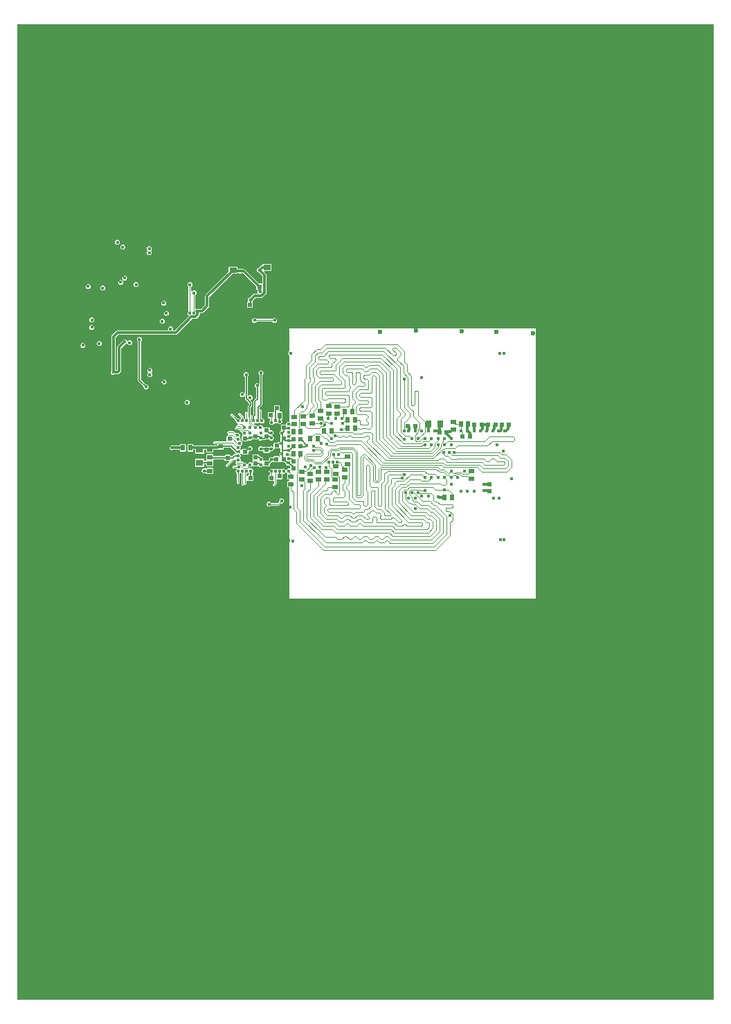
<source format=gbl>
G04 Layer_Physical_Order=4*
G04 Layer_Color=16711680*
%FSLAX43Y43*%
%MOMM*%
G71*
G01*
G75*
%ADD11R,0.510X0.560*%
%ADD12R,0.640X0.890*%
%ADD14R,0.890X0.640*%
%ADD15R,0.560X0.510*%
%ADD17R,0.700X0.510*%
%ADD18C,0.400*%
%ADD19R,0.510X0.700*%
%ADD23C,0.090*%
%ADD24C,0.300*%
%ADD25C,0.100*%
%ADD26C,0.200*%
%ADD28C,0.120*%
%ADD29C,0.175*%
%ADD34C,0.130*%
%ADD37C,0.600*%
%ADD38R,0.950X0.800*%
G36*
X85592Y425D02*
X408Y425D01*
Y119592D01*
X85592D01*
Y425D01*
D02*
G37*
%LPC*%
G36*
X16600Y77656D02*
X16483Y77633D01*
X16384Y77566D01*
X16317Y77467D01*
X16294Y77350D01*
X16317Y77233D01*
X16382Y77136D01*
X16397Y77111D01*
Y77039D01*
X16382Y77014D01*
X16317Y76917D01*
X16294Y76800D01*
X16317Y76683D01*
X16384Y76584D01*
X16483Y76517D01*
X16600Y76494D01*
X16717Y76517D01*
X16816Y76584D01*
X16883Y76683D01*
X16906Y76800D01*
X16883Y76917D01*
X16818Y77014D01*
X16803Y77039D01*
Y77111D01*
X16818Y77136D01*
X16883Y77233D01*
X16906Y77350D01*
X16883Y77467D01*
X16816Y77566D01*
X16717Y77633D01*
X16600Y77656D01*
D02*
G37*
G36*
X30200Y77331D02*
X30083Y77308D01*
X29984Y77241D01*
X29917Y77142D01*
X29894Y77025D01*
X29917Y76908D01*
X29984Y76809D01*
X30032Y76777D01*
Y75760D01*
X29932Y75714D01*
X29867Y75758D01*
X29750Y75781D01*
X29633Y75758D01*
X29534Y75691D01*
X29467Y75592D01*
X29444Y75475D01*
X29467Y75358D01*
X29534Y75259D01*
X29582Y75227D01*
Y73920D01*
X29356Y73694D01*
X29320Y73639D01*
X29307Y73575D01*
Y71970D01*
X29207Y71870D01*
X29136Y71811D01*
X29025Y71857D01*
X29001Y71847D01*
X28918Y71903D01*
Y72805D01*
X29019Y72906D01*
X29055Y72961D01*
X29068Y73025D01*
Y73400D01*
X29055Y73464D01*
X29019Y73519D01*
X28934Y73604D01*
X28967Y73712D01*
X28992Y73717D01*
X29091Y73784D01*
X29158Y73883D01*
X29181Y74000D01*
X29158Y74117D01*
X29091Y74216D01*
X28992Y74283D01*
X28875Y74306D01*
X28758Y74283D01*
X28668Y74223D01*
X28624Y74234D01*
X28568Y74261D01*
Y76552D01*
X28616Y76584D01*
X28683Y76683D01*
X28706Y76800D01*
X28683Y76917D01*
X28616Y77016D01*
X28517Y77083D01*
X28400Y77106D01*
X28283Y77083D01*
X28184Y77016D01*
X28117Y76917D01*
X28094Y76800D01*
X28117Y76683D01*
X28184Y76584D01*
X28232Y76552D01*
Y74598D01*
X28132Y74568D01*
X28116Y74591D01*
X28017Y74658D01*
X27900Y74681D01*
X27783Y74658D01*
X27684Y74591D01*
X27617Y74492D01*
X27594Y74375D01*
X27617Y74258D01*
X27684Y74159D01*
X27783Y74092D01*
X27900Y74069D01*
X28017Y74092D01*
X28116Y74159D01*
X28132Y74182D01*
X28232Y74152D01*
Y73900D01*
X28245Y73836D01*
X28281Y73781D01*
X28732Y73330D01*
Y73095D01*
X28631Y72994D01*
X28595Y72939D01*
X28582Y72875D01*
Y72271D01*
X28482Y72223D01*
X28400Y72257D01*
X28289Y72211D01*
X28243Y72100D01*
Y71406D01*
X28220Y71391D01*
X28150Y71374D01*
X28080Y71391D01*
X28057Y71406D01*
Y71650D01*
X28011Y71761D01*
X27686Y72086D01*
X27575Y72132D01*
X27464Y72086D01*
X27418Y71975D01*
X27464Y71864D01*
X27743Y71585D01*
Y71406D01*
X27720Y71391D01*
X27650Y71374D01*
X27580Y71391D01*
X27517Y71433D01*
X27400Y71456D01*
X27330Y71442D01*
X26761Y72011D01*
X26650Y72057D01*
X26539Y72011D01*
X26493Y71900D01*
X26539Y71789D01*
X27108Y71220D01*
X27094Y71150D01*
X27117Y71033D01*
X27184Y70934D01*
X27283Y70867D01*
X27330Y70858D01*
X27389Y70757D01*
X27349Y70668D01*
X27324Y70656D01*
X27214Y70611D01*
X27168Y70500D01*
X27168Y70499D01*
X27110Y70380D01*
X27064Y70361D01*
X27018Y70250D01*
X27064Y70139D01*
X27175Y70093D01*
X27473D01*
X27898Y69668D01*
X27894Y69650D01*
X27917Y69533D01*
X27952Y69481D01*
X27952Y69480D01*
X27918Y69367D01*
X27918Y69366D01*
X27893Y69357D01*
X27862Y69280D01*
Y68770D01*
X27893Y68693D01*
X27970Y68662D01*
X28530D01*
X28607Y68693D01*
X28619Y68723D01*
X28726Y68767D01*
X28737Y68767D01*
X28850Y68744D01*
X28967Y68767D01*
X29066Y68834D01*
X29100Y68884D01*
X29188Y68916D01*
X29225Y68905D01*
X29270Y68887D01*
X29830D01*
X29903Y68917D01*
X29959Y68834D01*
X30058Y68767D01*
X30175Y68744D01*
X30292Y68767D01*
X30317Y68784D01*
X30625D01*
X30698Y68798D01*
X30760Y68840D01*
X30807Y68887D01*
X31155D01*
X31208Y68909D01*
X31259Y68834D01*
X31358Y68767D01*
X31475Y68744D01*
X31592Y68767D01*
X31691Y68834D01*
X31758Y68933D01*
X31781Y69050D01*
X31758Y69167D01*
X31691Y69266D01*
X31599Y69328D01*
X31596Y69336D01*
X31592Y69365D01*
X31593Y69434D01*
X31666Y69484D01*
X31733Y69583D01*
X31756Y69700D01*
X31733Y69817D01*
X31666Y69916D01*
X31567Y69983D01*
X31450Y70006D01*
X31388Y69994D01*
X31288Y70064D01*
Y70255D01*
X31257Y70332D01*
X31180Y70363D01*
X30620D01*
X30553Y70335D01*
X30532Y70339D01*
X30452Y70371D01*
X30433Y70467D01*
X30366Y70566D01*
X30267Y70633D01*
X30150Y70656D01*
X30033Y70633D01*
X29934Y70566D01*
X29881Y70487D01*
X29836Y70478D01*
X29814D01*
X29769Y70487D01*
X29716Y70566D01*
X29617Y70633D01*
X29500Y70656D01*
X29430Y70642D01*
X29325Y70747D01*
X29358Y70856D01*
X29417Y70867D01*
X29480Y70909D01*
X29550Y70926D01*
X29620Y70909D01*
X29683Y70867D01*
X29800Y70844D01*
X29917Y70867D01*
X29980Y70909D01*
X30050Y70926D01*
X30120Y70909D01*
X30183Y70867D01*
X30300Y70844D01*
X30417Y70867D01*
X30516Y70934D01*
X30583Y71033D01*
X30606Y71150D01*
X30583Y71267D01*
X30516Y71366D01*
X30417Y71433D01*
X30300Y71456D01*
X30252Y71495D01*
Y72400D01*
X30206Y72511D01*
X30095Y72557D01*
X30076Y72549D01*
X29993Y72605D01*
Y72730D01*
X30294Y73031D01*
X30304Y73046D01*
X30319Y73056D01*
X30355Y73111D01*
X30368Y73175D01*
Y76777D01*
X30416Y76809D01*
X30483Y76908D01*
X30506Y77025D01*
X30483Y77142D01*
X30416Y77241D01*
X30317Y77308D01*
X30200Y77331D01*
D02*
G37*
G36*
X18350Y76231D02*
X18233Y76208D01*
X18134Y76141D01*
X18067Y76042D01*
X18044Y75925D01*
X18067Y75808D01*
X18134Y75709D01*
X18233Y75642D01*
X18350Y75619D01*
X18467Y75642D01*
X18566Y75709D01*
X18633Y75808D01*
X18656Y75925D01*
X18633Y76042D01*
X18566Y76141D01*
X18467Y76208D01*
X18350Y76231D01*
D02*
G37*
G36*
X9525Y82906D02*
X9408Y82883D01*
X9309Y82816D01*
X9242Y82717D01*
X9219Y82600D01*
X9242Y82483D01*
X9309Y82384D01*
X9408Y82317D01*
X9525Y82294D01*
X9642Y82317D01*
X9741Y82384D01*
X9808Y82483D01*
X9831Y82600D01*
X9808Y82717D01*
X9741Y82816D01*
X9642Y82883D01*
X9525Y82906D01*
D02*
G37*
G36*
X10425Y80906D02*
X10308Y80883D01*
X10209Y80816D01*
X10142Y80717D01*
X10119Y80600D01*
X10142Y80483D01*
X10209Y80384D01*
X10308Y80317D01*
X10425Y80294D01*
X10542Y80317D01*
X10641Y80384D01*
X10708Y80483D01*
X10731Y80600D01*
X10708Y80717D01*
X10641Y80816D01*
X10542Y80883D01*
X10425Y80906D01*
D02*
G37*
G36*
X8425Y80706D02*
X8308Y80683D01*
X8209Y80616D01*
X8142Y80517D01*
X8119Y80400D01*
X8142Y80283D01*
X8209Y80184D01*
X8308Y80117D01*
X8425Y80094D01*
X8542Y80117D01*
X8641Y80184D01*
X8708Y80283D01*
X8731Y80400D01*
X8708Y80517D01*
X8641Y80616D01*
X8542Y80683D01*
X8425Y80706D01*
D02*
G37*
G36*
X15325Y81406D02*
X15208Y81383D01*
X15109Y81316D01*
X15042Y81217D01*
X15019Y81100D01*
X15042Y80983D01*
X15109Y80884D01*
X15121Y80875D01*
Y76125D01*
X15137Y76047D01*
X15181Y75981D01*
X15847Y75315D01*
X15844Y75300D01*
X15867Y75183D01*
X15934Y75084D01*
X16033Y75017D01*
X16150Y74994D01*
X16267Y75017D01*
X16366Y75084D01*
X16433Y75183D01*
X16456Y75300D01*
X16433Y75417D01*
X16366Y75516D01*
X16267Y75583D01*
X16150Y75606D01*
X16135Y75603D01*
X15529Y76209D01*
Y80875D01*
X15541Y80884D01*
X15608Y80983D01*
X15631Y81100D01*
X15608Y81217D01*
X15541Y81316D01*
X15442Y81383D01*
X15325Y81406D01*
D02*
G37*
G36*
X20905Y68333D02*
X20395D01*
X20318Y68302D01*
X20287Y68225D01*
Y68130D01*
X19459D01*
X19417Y68158D01*
X19300Y68181D01*
X19183Y68158D01*
X19084Y68091D01*
X19017Y67992D01*
X18994Y67875D01*
X19017Y67758D01*
X19084Y67659D01*
X19183Y67592D01*
X19300Y67569D01*
X19417Y67592D01*
X19459Y67620D01*
X20287D01*
Y67525D01*
X20318Y67448D01*
X20395Y67417D01*
X20905D01*
X20982Y67448D01*
X21013Y67525D01*
Y68225D01*
X20982Y68302D01*
X20905Y68333D01*
D02*
G37*
G36*
X24275Y65413D02*
X23575D01*
X23498Y65382D01*
X23493Y65369D01*
X23374Y65328D01*
X23367Y65333D01*
X23250Y65356D01*
X23133Y65333D01*
X23034Y65266D01*
X22967Y65167D01*
X22944Y65050D01*
X22967Y64933D01*
X23034Y64834D01*
X23133Y64767D01*
X23250Y64744D01*
X23367Y64767D01*
X23374Y64772D01*
X23493Y64731D01*
X23498Y64718D01*
X23575Y64687D01*
X24275D01*
X24352Y64718D01*
X24383Y64795D01*
Y65305D01*
X24352Y65382D01*
X24275Y65413D01*
D02*
G37*
G36*
X32725Y61681D02*
X32608Y61658D01*
X32509Y61591D01*
X32442Y61492D01*
X32419Y61375D01*
X32432Y61311D01*
X32258Y61137D01*
X31452D01*
X31416Y61191D01*
X31317Y61258D01*
X31200Y61281D01*
X31083Y61258D01*
X30984Y61191D01*
X30917Y61092D01*
X30894Y60975D01*
X30917Y60858D01*
X30984Y60759D01*
X31083Y60692D01*
X31200Y60669D01*
X31317Y60692D01*
X31416Y60759D01*
X31452Y60813D01*
X32325D01*
X32440Y60860D01*
X32661Y61082D01*
X32725Y61069D01*
X32842Y61092D01*
X32941Y61159D01*
X33008Y61258D01*
X33031Y61375D01*
X33008Y61492D01*
X32941Y61591D01*
X32842Y61658D01*
X32725Y61681D01*
D02*
G37*
G36*
X21175Y73731D02*
X21058Y73708D01*
X20959Y73641D01*
X20892Y73542D01*
X20869Y73425D01*
X20892Y73308D01*
X20959Y73209D01*
X21058Y73142D01*
X21175Y73119D01*
X21292Y73142D01*
X21391Y73209D01*
X21458Y73308D01*
X21481Y73425D01*
X21458Y73542D01*
X21391Y73641D01*
X21292Y73708D01*
X21175Y73731D01*
D02*
G37*
G36*
X32405Y73088D02*
X31895D01*
X31818Y73057D01*
X31787Y72980D01*
Y72540D01*
X31784Y72525D01*
Y72285D01*
X31684Y72226D01*
X31655Y72238D01*
X31145D01*
X31068Y72207D01*
X31037Y72130D01*
Y71570D01*
X31068Y71493D01*
X31145Y71462D01*
X31338D01*
Y71202D01*
X31284Y71166D01*
X31217Y71067D01*
X31194Y70950D01*
X31217Y70833D01*
X31284Y70734D01*
X31383Y70667D01*
X31500Y70644D01*
X31617Y70667D01*
X31716Y70734D01*
X31766Y70808D01*
X31858Y70867D01*
X31975Y70844D01*
X32092Y70867D01*
X32115Y70883D01*
X32192Y70933D01*
X32243Y70857D01*
X32259Y70834D01*
X32358Y70767D01*
X32475Y70744D01*
X32592Y70767D01*
X32691Y70834D01*
X32758Y70933D01*
X32781Y71050D01*
X32758Y71167D01*
X32708Y71242D01*
X32738Y71325D01*
X32752Y71342D01*
X32755D01*
X32832Y71373D01*
X32863Y71450D01*
Y72150D01*
X32832Y72227D01*
X32755Y72258D01*
X32527D01*
X32488Y72358D01*
X32513Y72420D01*
Y72980D01*
X32482Y73057D01*
X32405Y73088D01*
D02*
G37*
G36*
X63775Y82425D02*
X33675D01*
Y79661D01*
X33609Y79616D01*
X33542Y79517D01*
X33519Y79400D01*
X33542Y79283D01*
X33609Y79184D01*
X33675Y79139D01*
Y71108D01*
X33575Y71026D01*
X33550Y71031D01*
X33433Y71008D01*
X33334Y70941D01*
X33267Y70842D01*
X33260Y70806D01*
X33233Y70724D01*
X33148Y70713D01*
X32720D01*
X32643Y70682D01*
X32612Y70605D01*
Y70045D01*
X32643Y69968D01*
X32577Y69904D01*
X32559Y69891D01*
X32492Y69792D01*
X32469Y69675D01*
X32492Y69558D01*
X32559Y69459D01*
X32609Y69425D01*
Y68650D01*
X32559Y68616D01*
X32542Y68591D01*
X32400D01*
X32327Y68577D01*
X32265Y68535D01*
X32218Y68488D01*
X31845D01*
X31768Y68457D01*
X31737Y68380D01*
Y68056D01*
X31637Y68003D01*
X31592Y68033D01*
X31475Y68056D01*
X31358Y68033D01*
X31259Y67966D01*
X31242Y67941D01*
X31208D01*
X31155Y67963D01*
X30595D01*
X30542Y67941D01*
X30408D01*
X30391Y67966D01*
X30292Y68033D01*
X30175Y68056D01*
X30058Y68033D01*
X29959Y67966D01*
X29892Y67867D01*
X29869Y67750D01*
X29892Y67633D01*
X29959Y67534D01*
X30058Y67467D01*
X30175Y67444D01*
X30292Y67467D01*
X30387Y67531D01*
X30413Y67525D01*
X30487Y67497D01*
Y67345D01*
X30518Y67268D01*
X30595Y67237D01*
X31155D01*
X31232Y67268D01*
X31263Y67345D01*
Y67416D01*
X31346Y67467D01*
X31363Y67466D01*
X31475Y67444D01*
X31592Y67467D01*
X31691Y67534D01*
X31758Y67633D01*
X31768Y67685D01*
X31840Y67757D01*
X31877Y67762D01*
X32405D01*
X32482Y67793D01*
X32513Y67870D01*
X32609Y67859D01*
Y67350D01*
X32559Y67316D01*
X32492Y67217D01*
X32469Y67100D01*
X32492Y66983D01*
X32551Y66895D01*
X32562Y66872D01*
X32547Y66847D01*
X32457Y66807D01*
X32380Y66838D01*
X31820D01*
X31743Y66807D01*
X31726Y66764D01*
X31636Y66722D01*
X31612Y66719D01*
X31592Y66733D01*
X31475Y66756D01*
X31358Y66733D01*
X31259Y66666D01*
X31192Y66567D01*
X31169Y66450D01*
X31182Y66387D01*
X31116Y66313D01*
X30595D01*
X30544Y66292D01*
X30532Y66297D01*
X30462Y66356D01*
X30481Y66450D01*
X30458Y66567D01*
X30391Y66666D01*
X30292Y66733D01*
X30175Y66756D01*
X30125Y66746D01*
X30060Y66810D01*
X29998Y66852D01*
X29938Y66864D01*
Y66955D01*
X29907Y67032D01*
X29830Y67063D01*
X29270D01*
X29193Y67032D01*
X29162Y66955D01*
Y66445D01*
X29186Y66387D01*
X29193Y66368D01*
Y66282D01*
X29186Y66263D01*
X29162Y66205D01*
Y66053D01*
X29088Y66025D01*
X29062Y66019D01*
X28967Y66083D01*
X28850Y66106D01*
X28733Y66083D01*
X28634Y66016D01*
X28567Y65917D01*
X28567Y65916D01*
X28462Y65898D01*
X28416Y65966D01*
X28317Y66033D01*
X28200Y66056D01*
X28151Y66046D01*
X28031Y66166D01*
X27920Y66212D01*
X27746D01*
X27688Y66312D01*
X27706Y66400D01*
X27683Y66517D01*
X27641Y66580D01*
X27624Y66650D01*
X27641Y66720D01*
X27683Y66783D01*
X27706Y66900D01*
X27683Y67017D01*
X27667Y67040D01*
X27617Y67117D01*
X27693Y67168D01*
X27716Y67184D01*
X27762Y67252D01*
X27862Y67221D01*
Y67120D01*
X27893Y67043D01*
X27970Y67012D01*
X28530D01*
X28607Y67043D01*
X28638Y67120D01*
Y67410D01*
X28726Y67472D01*
X28733Y67467D01*
X28850Y67444D01*
X28967Y67467D01*
X29066Y67534D01*
X29133Y67633D01*
X29156Y67750D01*
X29133Y67867D01*
X29066Y67966D01*
X28967Y68033D01*
X28850Y68056D01*
X28733Y68033D01*
X28634Y67966D01*
X28577Y67882D01*
X28552Y67877D01*
X28490Y67835D01*
X28393Y67738D01*
X27970D01*
X27893Y67707D01*
X27862Y67630D01*
Y67579D01*
X27762Y67548D01*
X27716Y67616D01*
X27693Y67632D01*
X27617Y67683D01*
X27667Y67760D01*
X27683Y67783D01*
X27706Y67900D01*
X27683Y68017D01*
X27677Y68025D01*
X27716Y68117D01*
X27717Y68117D01*
X27816Y68184D01*
X27883Y68283D01*
X27906Y68400D01*
X27883Y68517D01*
X27816Y68616D01*
X27730Y68674D01*
X27705Y68709D01*
X27677Y68775D01*
X27683Y68783D01*
X27706Y68900D01*
X27683Y69017D01*
X27616Y69116D01*
X27606Y69243D01*
X27633Y69283D01*
X27656Y69400D01*
X27633Y69517D01*
X27566Y69616D01*
X27467Y69683D01*
X27350Y69706D01*
X27233Y69683D01*
X27162Y69635D01*
X26936Y69861D01*
X26825Y69907D01*
X26225D01*
X26114Y69861D01*
X26068Y69750D01*
X26114Y69639D01*
X26175Y69614D01*
X26189Y69511D01*
X26143Y69400D01*
X26065Y69326D01*
X26018Y69307D01*
X25987Y69230D01*
Y68670D01*
X25978Y68657D01*
X24550D01*
X24439Y68611D01*
X24393Y68500D01*
X24439Y68389D01*
X24550Y68343D01*
X24820D01*
X24862Y68280D01*
Y68222D01*
X24794Y68155D01*
X23183D01*
X23175Y68158D01*
X22225D01*
X22217Y68155D01*
X21913D01*
Y68225D01*
X21882Y68302D01*
X21805Y68333D01*
X21295D01*
X21218Y68302D01*
X21187Y68225D01*
Y67525D01*
X21218Y67448D01*
X21295Y67417D01*
X21805D01*
X21882Y67448D01*
X21913Y67525D01*
Y67645D01*
X22117D01*
Y67250D01*
X22148Y67173D01*
X22225Y67142D01*
X23175D01*
X23252Y67173D01*
X23283Y67250D01*
Y67645D01*
X23467D01*
Y67370D01*
X23498Y67293D01*
X23575Y67262D01*
X24275D01*
X24352Y67293D01*
X24383Y67370D01*
Y67645D01*
X24900D01*
X24984Y67662D01*
X25530D01*
X25607Y67693D01*
X25638Y67770D01*
Y67871D01*
X26441D01*
X27056Y67256D01*
X27056Y67256D01*
X27122Y67212D01*
X27100Y67115D01*
X27095Y67104D01*
X26950D01*
X26950Y67104D01*
X26872Y67088D01*
X26806Y67044D01*
X26616Y66854D01*
X26513D01*
Y66905D01*
X26482Y66982D01*
X26405Y67013D01*
X25845D01*
X25768Y66982D01*
X25737Y66905D01*
Y66841D01*
X24383D01*
Y66980D01*
X24352Y67057D01*
X24275Y67088D01*
X23575D01*
X23498Y67057D01*
X23467Y66980D01*
Y66470D01*
X23498Y66393D01*
X23460Y66301D01*
X23415Y66254D01*
X23283D01*
Y66450D01*
X23252Y66527D01*
X23175Y66558D01*
X22225D01*
X22148Y66527D01*
X22117Y66450D01*
Y65650D01*
X22148Y65573D01*
X22225Y65542D01*
X23175D01*
X23252Y65573D01*
X23283Y65650D01*
Y65846D01*
X23467D01*
Y65695D01*
X23498Y65618D01*
X23575Y65587D01*
X24275D01*
X24352Y65618D01*
X24383Y65695D01*
Y66205D01*
X24352Y66282D01*
X24350Y66376D01*
X24419Y66459D01*
X25737D01*
Y66395D01*
X25768Y66318D01*
X25845Y66287D01*
X26266D01*
X26307Y66187D01*
X25910Y65790D01*
X25863Y65675D01*
X25910Y65560D01*
X26025Y65513D01*
X26140Y65560D01*
X26823Y66243D01*
X27093D01*
X27137Y66143D01*
X27100Y66055D01*
X27146Y65944D01*
X27155Y65940D01*
X27118Y65850D01*
X27157Y65757D01*
X27115Y65657D01*
X26875D01*
X26764Y65611D01*
X26718Y65500D01*
X26764Y65389D01*
X26875Y65343D01*
X27193D01*
X27231Y65248D01*
X27184Y65216D01*
X27117Y65117D01*
X27094Y65000D01*
X27117Y64883D01*
X27184Y64784D01*
X27243Y64744D01*
Y63550D01*
X27289Y63439D01*
X27400Y63393D01*
X27511Y63439D01*
X27557Y63550D01*
Y64744D01*
X27614Y64782D01*
X27639Y64797D01*
X27711D01*
X27736Y64782D01*
X27793Y64744D01*
Y63425D01*
X27839Y63314D01*
X27950Y63268D01*
X28044Y63307D01*
X28066Y63315D01*
X28174Y63325D01*
X28250Y63293D01*
X28361Y63339D01*
X28407Y63450D01*
Y64659D01*
X28450Y64694D01*
X28567Y64717D01*
X28641Y64767D01*
X28664Y64777D01*
X28697Y64770D01*
X28759Y64742D01*
Y64563D01*
X28645D01*
X28568Y64532D01*
X28537Y64455D01*
Y63895D01*
X28568Y63818D01*
X28645Y63787D01*
X29155D01*
X29232Y63818D01*
X29263Y63895D01*
Y64455D01*
X29232Y64532D01*
X29155Y64563D01*
X29141D01*
Y64792D01*
X29166Y64809D01*
X29233Y64908D01*
X29256Y65025D01*
X29233Y65142D01*
X29166Y65241D01*
X29067Y65308D01*
X28950Y65331D01*
X28833Y65308D01*
X28784Y65275D01*
X28747Y65293D01*
X28737Y65317D01*
X28740Y65393D01*
X28843Y65496D01*
X28850Y65494D01*
X28967Y65517D01*
X29066Y65584D01*
X29087Y65615D01*
X29193Y65618D01*
X29206Y65613D01*
X29270Y65587D01*
X29830D01*
X29907Y65618D01*
X29985Y65566D01*
X30058Y65517D01*
X30175Y65494D01*
X30292Y65517D01*
X30391Y65584D01*
X30412Y65615D01*
X30518Y65618D01*
X30531Y65613D01*
X30595Y65587D01*
X31155D01*
X31232Y65618D01*
X31263Y65695D01*
Y65918D01*
X31493Y66148D01*
X31592Y66167D01*
X31619Y66186D01*
X31742Y66147D01*
X31743Y66143D01*
X31820Y66112D01*
X32380D01*
X32457Y66143D01*
X32471Y66178D01*
X32579D01*
X32593Y66143D01*
X32670Y66112D01*
X33043D01*
X33266Y65888D01*
X33267Y65883D01*
X33334Y65784D01*
X33433Y65717D01*
X33550Y65694D01*
X33594Y65703D01*
X33675Y65634D01*
Y65383D01*
X33575Y65301D01*
X33550Y65306D01*
X33433Y65283D01*
X33334Y65216D01*
X33323Y65200D01*
X33202D01*
X33191Y65216D01*
X33092Y65283D01*
X32975Y65306D01*
X32858Y65283D01*
X32795Y65241D01*
X32725Y65224D01*
X32655Y65241D01*
X32592Y65283D01*
X32475Y65306D01*
X32358Y65283D01*
X32295Y65241D01*
X32225Y65224D01*
X32155Y65241D01*
X32092Y65283D01*
X31975Y65306D01*
X31858Y65283D01*
X31795Y65241D01*
X31725Y65224D01*
X31655Y65241D01*
X31592Y65283D01*
X31475Y65306D01*
X31358Y65283D01*
X31259Y65216D01*
X31192Y65117D01*
X31169Y65000D01*
X31192Y64883D01*
X31259Y64784D01*
X31313Y64748D01*
Y64563D01*
X31220D01*
X31143Y64532D01*
X31112Y64455D01*
Y63895D01*
X31143Y63818D01*
X31220Y63787D01*
X31730D01*
X31813Y63713D01*
Y63592D01*
X31685Y63465D01*
X31638Y63350D01*
X31685Y63235D01*
X31800Y63188D01*
X31915Y63235D01*
X32090Y63410D01*
X32137Y63525D01*
Y63973D01*
X32195Y64012D01*
X32755D01*
X32832Y64043D01*
X32863Y64120D01*
Y64614D01*
X32894Y64657D01*
X32942Y64701D01*
X32975Y64694D01*
X33092Y64717D01*
X33191Y64784D01*
X33202Y64800D01*
X33323D01*
X33334Y64784D01*
X33386Y64749D01*
X33420Y64665D01*
X33409Y64622D01*
X33392Y64580D01*
Y64070D01*
X33423Y63993D01*
X33500Y63962D01*
X33675D01*
Y63788D01*
X33500D01*
X33423Y63757D01*
X33392Y63680D01*
Y63170D01*
X33423Y63093D01*
X33500Y63062D01*
X33675D01*
Y49400D01*
X63775D01*
Y50225D01*
Y82425D01*
D02*
G37*
G36*
X31370Y90328D02*
X30480D01*
X30403Y90297D01*
X30372Y90220D01*
Y90155D01*
X30325D01*
X30227Y90135D01*
X30145Y90080D01*
X29932Y89867D01*
X29883Y89858D01*
X29784Y89791D01*
X29717Y89692D01*
X29694Y89575D01*
X29717Y89458D01*
X29784Y89359D01*
X29883Y89292D01*
X29932Y89283D01*
X30345Y88869D01*
Y88009D01*
X30255Y87938D01*
X29972D01*
X28280Y89630D01*
X28198Y89685D01*
X28100Y89705D01*
X27809D01*
X27767Y89733D01*
X27650Y89756D01*
X27533Y89733D01*
X27491Y89705D01*
X27353D01*
Y89895D01*
X27322Y89972D01*
X27245Y90003D01*
X26355D01*
X26278Y89972D01*
X26247Y89895D01*
Y89382D01*
X23445Y86580D01*
X23390Y86498D01*
X23370Y86400D01*
Y85331D01*
X22900Y84861D01*
X22331D01*
X22262Y84847D01*
X22162Y84905D01*
Y86548D01*
X22216Y86584D01*
X22283Y86683D01*
X22306Y86800D01*
X22283Y86917D01*
X22216Y87016D01*
X22117Y87083D01*
X22000Y87106D01*
X21883Y87083D01*
X21784Y87016D01*
X21762Y86984D01*
X21662Y87015D01*
Y87548D01*
X21716Y87584D01*
X21783Y87683D01*
X21806Y87800D01*
X21783Y87917D01*
X21716Y88016D01*
X21617Y88083D01*
X21500Y88106D01*
X21383Y88083D01*
X21284Y88016D01*
X21217Y87917D01*
X21194Y87800D01*
X21217Y87683D01*
X21284Y87584D01*
X21338Y87548D01*
Y84552D01*
X21284Y84516D01*
X21217Y84417D01*
X21194Y84300D01*
X21217Y84183D01*
X21284Y84084D01*
X21364Y84030D01*
X21396Y83921D01*
X19656Y82180D01*
X19459D01*
X19406Y82280D01*
X19408Y82283D01*
X19431Y82400D01*
X19408Y82517D01*
X19341Y82616D01*
X19242Y82683D01*
X19125Y82706D01*
X19008Y82683D01*
X18909Y82616D01*
X18842Y82517D01*
X18819Y82400D01*
X18842Y82283D01*
X18844Y82280D01*
X18791Y82180D01*
X12650D01*
X12552Y82160D01*
X12470Y82105D01*
X11945Y81580D01*
X11890Y81498D01*
X11870Y81400D01*
Y77259D01*
X11842Y77217D01*
X11819Y77100D01*
X11842Y76983D01*
X11909Y76884D01*
X12008Y76817D01*
X12125Y76794D01*
X12242Y76817D01*
X12284Y76845D01*
X12650D01*
X12748Y76865D01*
X12830Y76920D01*
X13030Y77120D01*
X13085Y77202D01*
X13105Y77300D01*
Y80019D01*
X13593Y80508D01*
X13642Y80517D01*
X13741Y80584D01*
X13785Y80583D01*
X13852Y80569D01*
X13909Y80484D01*
X14008Y80417D01*
X14125Y80394D01*
X14242Y80417D01*
X14341Y80484D01*
X14408Y80583D01*
X14431Y80700D01*
X14408Y80817D01*
X14341Y80916D01*
X14242Y80983D01*
X14125Y81006D01*
X14008Y80983D01*
X13909Y80916D01*
X13866Y80917D01*
X13798Y80931D01*
X13741Y81016D01*
X13642Y81083D01*
X13525Y81106D01*
X13408Y81083D01*
X13309Y81016D01*
X13242Y80917D01*
X13233Y80868D01*
X12670Y80305D01*
X12615Y80223D01*
X12595Y80125D01*
Y77406D01*
X12544Y77355D01*
X12380D01*
Y81294D01*
X12756Y81670D01*
X19761D01*
X19859Y81690D01*
X19942Y81745D01*
X21792Y83595D01*
X22186D01*
X22284Y83615D01*
X22367Y83670D01*
X22630Y83933D01*
X22685Y84016D01*
X22705Y84114D01*
Y84351D01*
X23006D01*
X23103Y84370D01*
X23186Y84425D01*
X23805Y85045D01*
X23860Y85127D01*
X23880Y85225D01*
Y86294D01*
X26732Y89147D01*
X27245D01*
X27322Y89178D01*
X27328Y89195D01*
X27491D01*
X27533Y89167D01*
X27650Y89144D01*
X27767Y89167D01*
X27809Y89195D01*
X27994D01*
X29637Y87553D01*
Y87270D01*
X29668Y87193D01*
X29745Y87162D01*
X29745D01*
Y87050D01*
X29764Y86952D01*
X29777Y86933D01*
X29792Y86858D01*
X29845Y86780D01*
X29819Y86705D01*
X29800Y86680D01*
X29400D01*
X29302Y86660D01*
X29220Y86605D01*
X28832Y86217D01*
X28783Y86208D01*
X28684Y86141D01*
X28617Y86042D01*
X28594Y85925D01*
X28611Y85838D01*
X28582Y85767D01*
X28549Y85730D01*
X28493Y85707D01*
X28462Y85630D01*
Y85070D01*
X28493Y84993D01*
X28570Y84962D01*
X29080D01*
X29157Y84993D01*
X29188Y85070D01*
Y85630D01*
X29157Y85707D01*
X29144Y85749D01*
X29183Y85808D01*
X29192Y85857D01*
X29506Y86170D01*
X30225D01*
X30323Y86190D01*
X30405Y86245D01*
X30780Y86620D01*
X30835Y86702D01*
X30855Y86800D01*
Y88975D01*
X30835Y89073D01*
X30780Y89155D01*
X30564Y89372D01*
X30605Y89472D01*
X31370D01*
X31447Y89503D01*
X31478Y89580D01*
Y90220D01*
X31447Y90297D01*
X31370Y90328D01*
D02*
G37*
G36*
X13025Y88406D02*
X12908Y88383D01*
X12809Y88316D01*
X12742Y88217D01*
X12719Y88100D01*
X12742Y87983D01*
X12809Y87884D01*
X12908Y87817D01*
X13025Y87794D01*
X13142Y87817D01*
X13241Y87884D01*
X13308Y87983D01*
X13331Y88100D01*
X13308Y88217D01*
X13241Y88316D01*
X13142Y88383D01*
X13025Y88406D01*
D02*
G37*
G36*
X14925Y88106D02*
X14808Y88083D01*
X14709Y88016D01*
X14642Y87917D01*
X14619Y87800D01*
X14642Y87683D01*
X14709Y87584D01*
X14808Y87517D01*
X14925Y87494D01*
X15042Y87517D01*
X15141Y87584D01*
X15208Y87683D01*
X15231Y87800D01*
X15208Y87917D01*
X15141Y88016D01*
X15042Y88083D01*
X14925Y88106D01*
D02*
G37*
G36*
X13525Y88906D02*
X13408Y88883D01*
X13309Y88816D01*
X13242Y88717D01*
X13219Y88600D01*
X13242Y88483D01*
X13309Y88384D01*
X13408Y88317D01*
X13525Y88294D01*
X13642Y88317D01*
X13741Y88384D01*
X13808Y88483D01*
X13831Y88600D01*
X13808Y88717D01*
X13741Y88816D01*
X13642Y88883D01*
X13525Y88906D01*
D02*
G37*
G36*
X12650Y93281D02*
X12533Y93258D01*
X12434Y93191D01*
X12367Y93092D01*
X12344Y92975D01*
X12367Y92858D01*
X12434Y92759D01*
X12533Y92692D01*
X12650Y92669D01*
X12767Y92692D01*
X12866Y92759D01*
X12933Y92858D01*
X12956Y92975D01*
X12933Y93092D01*
X12866Y93191D01*
X12767Y93258D01*
X12650Y93281D01*
D02*
G37*
G36*
X13275Y92681D02*
X13158Y92658D01*
X13059Y92591D01*
X12992Y92492D01*
X12969Y92375D01*
X12992Y92258D01*
X13059Y92159D01*
X13158Y92092D01*
X13275Y92069D01*
X13392Y92092D01*
X13491Y92159D01*
X13558Y92258D01*
X13581Y92375D01*
X13558Y92492D01*
X13491Y92591D01*
X13392Y92658D01*
X13275Y92681D01*
D02*
G37*
G36*
X16550Y92506D02*
X16433Y92483D01*
X16334Y92416D01*
X16267Y92317D01*
X16244Y92200D01*
X16267Y92083D01*
X16309Y92020D01*
X16326Y91950D01*
X16309Y91880D01*
X16267Y91817D01*
X16244Y91700D01*
X16267Y91583D01*
X16334Y91484D01*
X16433Y91417D01*
X16550Y91394D01*
X16667Y91417D01*
X16766Y91484D01*
X16833Y91583D01*
X16856Y91700D01*
X16833Y91817D01*
X16791Y91880D01*
X16774Y91950D01*
X16791Y92020D01*
X16833Y92083D01*
X16856Y92200D01*
X16833Y92317D01*
X16766Y92416D01*
X16667Y92483D01*
X16550Y92506D01*
D02*
G37*
G36*
X31850Y83756D02*
X31733Y83733D01*
X31634Y83666D01*
X31594Y83607D01*
X29656D01*
X29616Y83666D01*
X29517Y83733D01*
X29400Y83756D01*
X29283Y83733D01*
X29184Y83666D01*
X29117Y83567D01*
X29094Y83450D01*
X29117Y83333D01*
X29184Y83234D01*
X29283Y83167D01*
X29400Y83144D01*
X29517Y83167D01*
X29616Y83234D01*
X29656Y83293D01*
X31594D01*
X31634Y83234D01*
X31733Y83167D01*
X31850Y83144D01*
X31967Y83167D01*
X32066Y83234D01*
X32133Y83333D01*
X32156Y83450D01*
X32133Y83567D01*
X32066Y83666D01*
X31967Y83733D01*
X31850Y83756D01*
D02*
G37*
G36*
X9525Y83806D02*
X9408Y83783D01*
X9309Y83716D01*
X9242Y83617D01*
X9219Y83500D01*
X9242Y83383D01*
X9309Y83284D01*
X9408Y83217D01*
X9525Y83194D01*
X9642Y83217D01*
X9741Y83284D01*
X9808Y83383D01*
X9831Y83500D01*
X9808Y83617D01*
X9741Y83716D01*
X9642Y83783D01*
X9525Y83806D01*
D02*
G37*
G36*
X18125Y83631D02*
X18008Y83608D01*
X17909Y83541D01*
X17842Y83442D01*
X17819Y83325D01*
X17842Y83208D01*
X17909Y83109D01*
X18008Y83042D01*
X18125Y83019D01*
X18242Y83042D01*
X18341Y83109D01*
X18408Y83208D01*
X18431Y83325D01*
X18408Y83442D01*
X18341Y83541D01*
X18242Y83608D01*
X18125Y83631D01*
D02*
G37*
G36*
X18625Y84606D02*
X18508Y84583D01*
X18409Y84516D01*
X18342Y84417D01*
X18319Y84300D01*
X18342Y84183D01*
X18409Y84084D01*
X18508Y84017D01*
X18625Y83994D01*
X18742Y84017D01*
X18841Y84084D01*
X18908Y84183D01*
X18931Y84300D01*
X18908Y84417D01*
X18841Y84516D01*
X18742Y84583D01*
X18625Y84606D01*
D02*
G37*
G36*
X9050Y87881D02*
X8933Y87858D01*
X8834Y87791D01*
X8767Y87692D01*
X8744Y87575D01*
X8767Y87458D01*
X8834Y87359D01*
X8933Y87292D01*
X9050Y87269D01*
X9167Y87292D01*
X9266Y87359D01*
X9333Y87458D01*
X9356Y87575D01*
X9333Y87692D01*
X9266Y87791D01*
X9167Y87858D01*
X9050Y87881D01*
D02*
G37*
G36*
X10825Y87706D02*
X10708Y87683D01*
X10609Y87616D01*
X10542Y87517D01*
X10519Y87400D01*
X10542Y87283D01*
X10609Y87184D01*
X10708Y87117D01*
X10825Y87094D01*
X10942Y87117D01*
X11041Y87184D01*
X11108Y87283D01*
X11131Y87400D01*
X11108Y87517D01*
X11041Y87616D01*
X10942Y87683D01*
X10825Y87706D01*
D02*
G37*
G36*
X18275Y85856D02*
X18158Y85833D01*
X18059Y85766D01*
X17992Y85667D01*
X17969Y85550D01*
X17992Y85433D01*
X18059Y85334D01*
X18158Y85267D01*
X18275Y85244D01*
X18392Y85267D01*
X18491Y85334D01*
X18558Y85433D01*
X18581Y85550D01*
X18558Y85667D01*
X18491Y85766D01*
X18392Y85833D01*
X18275Y85856D01*
D02*
G37*
%LPD*%
D11*
X26350Y68950D02*
D03*
X25450D02*
D03*
X32075D02*
D03*
X32975D02*
D03*
X30000Y87550D02*
D03*
X29100D02*
D03*
X28825Y85350D02*
D03*
X29725D02*
D03*
X31475Y64175D02*
D03*
X30575D02*
D03*
X31400Y71850D02*
D03*
X30500D02*
D03*
X60550Y70675D02*
D03*
X59650D02*
D03*
X58875D02*
D03*
X57975D02*
D03*
X56300D02*
D03*
X57200D02*
D03*
X49075Y70550D02*
D03*
X48175D02*
D03*
X52900Y69725D02*
D03*
X52000D02*
D03*
X54850Y69275D02*
D03*
X55750D02*
D03*
X32150Y72700D02*
D03*
X33050D02*
D03*
X28900Y64175D02*
D03*
X29800D02*
D03*
X32975Y70325D02*
D03*
X32075D02*
D03*
X34150Y68025D02*
D03*
X35050D02*
D03*
X34150Y68875D02*
D03*
X35050D02*
D03*
D12*
X50725Y70750D02*
D03*
X52125D02*
D03*
D14*
X26800Y89575D02*
D03*
Y88175D02*
D03*
X30925Y89900D02*
D03*
Y91300D02*
D03*
D15*
X32950Y65575D02*
D03*
Y66475D02*
D03*
X25250Y68025D02*
D03*
Y67125D02*
D03*
X29550Y65950D02*
D03*
Y65050D02*
D03*
X30900Y70000D02*
D03*
Y70900D02*
D03*
X32475Y64375D02*
D03*
Y63475D02*
D03*
X30875Y67600D02*
D03*
Y66700D02*
D03*
Y69250D02*
D03*
Y68350D02*
D03*
X58130Y63435D02*
D03*
Y62535D02*
D03*
X32100Y66475D02*
D03*
Y65575D02*
D03*
X29550Y69250D02*
D03*
Y68350D02*
D03*
X28250Y69025D02*
D03*
Y68125D02*
D03*
X30875Y65950D02*
D03*
Y65050D02*
D03*
X29550Y66700D02*
D03*
Y67600D02*
D03*
X28250Y67375D02*
D03*
Y66475D02*
D03*
X26125Y66650D02*
D03*
Y67550D02*
D03*
X34175Y65325D02*
D03*
Y66225D02*
D03*
X32125Y68125D02*
D03*
Y67225D02*
D03*
D17*
X23925Y66725D02*
D03*
Y67625D02*
D03*
Y65950D02*
D03*
Y65050D02*
D03*
X55900Y64100D02*
D03*
Y65000D02*
D03*
X39550Y72925D02*
D03*
Y72025D02*
D03*
X39375Y64675D02*
D03*
Y65575D02*
D03*
X38525Y72950D02*
D03*
Y72050D02*
D03*
X37500Y72350D02*
D03*
Y71450D02*
D03*
X33850Y63425D02*
D03*
Y64325D02*
D03*
X34300Y71650D02*
D03*
Y70750D02*
D03*
X36200Y63800D02*
D03*
Y64700D02*
D03*
X35400Y71700D02*
D03*
Y70800D02*
D03*
X38250Y64000D02*
D03*
Y64900D02*
D03*
X40400Y64250D02*
D03*
Y65150D02*
D03*
X39275Y63075D02*
D03*
Y63975D02*
D03*
X36475Y71775D02*
D03*
Y70875D02*
D03*
X40750Y65875D02*
D03*
Y66775D02*
D03*
X35175Y64000D02*
D03*
Y64900D02*
D03*
X37225Y64000D02*
D03*
Y64900D02*
D03*
X53750Y70100D02*
D03*
Y71000D02*
D03*
D18*
X30175Y68400D02*
D03*
X31475Y69050D02*
D03*
Y70350D02*
D03*
X14925Y87800D02*
D03*
X16550Y91700D02*
D03*
Y92200D02*
D03*
X12650Y92975D02*
D03*
X13275Y92375D02*
D03*
X9050Y87575D02*
D03*
X13675Y76750D02*
D03*
X20750Y84275D02*
D03*
X20675Y81725D02*
D03*
X8425Y78375D02*
D03*
X13675Y77300D02*
D03*
X15325Y81100D02*
D03*
X18625Y84300D02*
D03*
X18275Y85550D02*
D03*
X13025Y88100D02*
D03*
X8425Y80400D02*
D03*
X10425Y80600D02*
D03*
X10325Y77750D02*
D03*
X19125Y82400D02*
D03*
X14125Y80700D02*
D03*
X9525Y82600D02*
D03*
Y83500D02*
D03*
X13525Y80800D02*
D03*
X12125Y77100D02*
D03*
X13525Y88600D02*
D03*
X13375Y91375D02*
D03*
X13975D02*
D03*
X13875Y92125D02*
D03*
X9025Y90250D02*
D03*
X10325D02*
D03*
X10825Y87400D02*
D03*
X10575Y91625D02*
D03*
Y92375D02*
D03*
X13425Y77900D02*
D03*
X13925D02*
D03*
X20175Y85950D02*
D03*
X16050Y83350D02*
D03*
Y84575D02*
D03*
Y85750D02*
D03*
X14300Y83350D02*
D03*
Y84575D02*
D03*
Y85750D02*
D03*
X12600Y83350D02*
D03*
X12575Y84550D02*
D03*
X12600Y85750D02*
D03*
X28400Y76800D02*
D03*
X31850Y83450D02*
D03*
X29050Y83925D02*
D03*
X28675Y91475D02*
D03*
X22000Y86800D02*
D03*
Y84300D02*
D03*
X23250Y65050D02*
D03*
X24600Y67175D02*
D03*
X31975Y71150D02*
D03*
X21175Y73425D02*
D03*
X82750Y4725D02*
D03*
X33550Y70225D02*
D03*
X31450Y69700D02*
D03*
X49850Y76450D02*
D03*
X40075Y71425D02*
D03*
X36700Y65425D02*
D03*
X36300Y65725D02*
D03*
X38125Y65450D02*
D03*
X36600Y67550D02*
D03*
X39125Y67025D02*
D03*
X37400Y65500D02*
D03*
X38800Y70875D02*
D03*
X48650Y62350D02*
D03*
X38975Y66150D02*
D03*
X47750Y64625D02*
D03*
X51850Y64225D02*
D03*
X60000Y69900D02*
D03*
X35250Y72875D02*
D03*
X59250Y69925D02*
D03*
X58525D02*
D03*
X57775D02*
D03*
X54650Y69925D02*
D03*
X49050Y60400D02*
D03*
X53275Y59600D02*
D03*
X59350Y61695D02*
D03*
X58660D02*
D03*
X51875Y61850D02*
D03*
X52650Y64225D02*
D03*
X50250Y64225D02*
D03*
X51050D02*
D03*
X53850Y67325D02*
D03*
X50250Y68225D02*
D03*
Y69025D02*
D03*
X48650D02*
D03*
X47725Y68900D02*
D03*
X47875Y62350D02*
D03*
X49850Y69925D02*
D03*
X50650D02*
D03*
X55450Y62525D02*
D03*
X53450Y63425D02*
D03*
X49055Y69925D02*
D03*
X47500Y64150D02*
D03*
X55450Y69925D02*
D03*
X56250D02*
D03*
X55050Y65025D02*
D03*
X57025Y69925D02*
D03*
X49450Y69025D02*
D03*
X57450Y63425D02*
D03*
X51450Y69925D02*
D03*
X56250Y62525D02*
D03*
X59050Y68225D02*
D03*
X49850Y61950D02*
D03*
X49050Y61700D02*
D03*
X59850Y67425D02*
D03*
X54250Y64225D02*
D03*
X48250Y61700D02*
D03*
X49450Y62350D02*
D03*
X52650Y62725D02*
D03*
X50650Y61950D02*
D03*
X50250Y62675D02*
D03*
X54650Y62525D02*
D03*
X57450Y62625D02*
D03*
X52650Y68225D02*
D03*
X52550Y67325D02*
D03*
X52650Y69025D02*
D03*
X51850Y68225D02*
D03*
Y69025D02*
D03*
X51050Y68225D02*
D03*
Y69025D02*
D03*
X28850Y67100D02*
D03*
Y69050D02*
D03*
X28200Y65750D02*
D03*
X28950Y65025D02*
D03*
X30150Y70350D02*
D03*
X30175Y69700D02*
D03*
X32475Y65000D02*
D03*
X31975D02*
D03*
X31475D02*
D03*
X33550Y65500D02*
D03*
Y66000D02*
D03*
Y66500D02*
D03*
X31475Y68400D02*
D03*
X33550Y68025D02*
D03*
Y67525D02*
D03*
Y69725D02*
D03*
X32150Y69700D02*
D03*
X33375Y67025D02*
D03*
X28450Y65000D02*
D03*
X27400D02*
D03*
Y66400D02*
D03*
X31500Y70950D02*
D03*
X31475Y67100D02*
D03*
X27400Y66900D02*
D03*
X27950Y65000D02*
D03*
X28850Y65800D02*
D03*
X33550Y69225D02*
D03*
X53450Y69025D02*
D03*
Y68225D02*
D03*
X60825Y64100D02*
D03*
X40150Y70875D02*
D03*
X40025Y70125D02*
D03*
X38200Y68350D02*
D03*
X39650Y67075D02*
D03*
X38475Y66150D02*
D03*
X35200Y63200D02*
D03*
X35600Y65475D02*
D03*
X39475Y66150D02*
D03*
X37600Y68425D02*
D03*
X53200Y67320D02*
D03*
X47725Y76300D02*
D03*
X33550Y65000D02*
D03*
X30200Y65025D02*
D03*
X30175Y65800D02*
D03*
X31475Y66450D02*
D03*
X47750Y69925D02*
D03*
X38025Y70650D02*
D03*
X37550Y70875D02*
D03*
X39275Y69300D02*
D03*
X39325Y71425D02*
D03*
X38850Y68950D02*
D03*
X53450Y64225D02*
D03*
X36600Y68050D02*
D03*
X53450Y65025D02*
D03*
X38375Y71425D02*
D03*
X33825Y79400D02*
D03*
X33325D02*
D03*
X33625Y56525D02*
D03*
X59425Y79400D02*
D03*
X59925D02*
D03*
X59450Y56600D02*
D03*
X59950D02*
D03*
X30175Y69050D02*
D03*
Y67750D02*
D03*
Y67100D02*
D03*
X28850Y66450D02*
D03*
X30175D02*
D03*
X28850Y67750D02*
D03*
X27400Y71150D02*
D03*
X28200Y70350D02*
D03*
X31475Y67750D02*
D03*
X28850Y68400D02*
D03*
X31975Y62600D02*
D03*
X25150Y69575D02*
D03*
X25575Y72675D02*
D03*
X25675Y63300D02*
D03*
X28000Y62375D02*
D03*
X33550Y68725D02*
D03*
X35825Y68175D02*
D03*
X29500Y70350D02*
D03*
X28850D02*
D03*
X27350Y69900D02*
D03*
X27900Y71150D02*
D03*
X33775Y60575D02*
D03*
X27475Y65500D02*
D03*
X29800Y71150D02*
D03*
X28400D02*
D03*
X30300D02*
D03*
X27500Y67400D02*
D03*
X27400Y67900D02*
D03*
X27350Y69400D02*
D03*
X27600Y68400D02*
D03*
X27400Y68900D02*
D03*
X28200Y69650D02*
D03*
X29300Y71150D02*
D03*
X34125Y56500D02*
D03*
X32975Y65000D02*
D03*
X31200Y60975D02*
D03*
X32725Y61375D02*
D03*
X32775Y67100D02*
D03*
X32475Y71050D02*
D03*
X33200Y71150D02*
D03*
X33550Y70725D02*
D03*
X32775Y69675D02*
D03*
Y68400D02*
D03*
X33125Y81100D02*
D03*
X27650Y89450D02*
D03*
X30075Y88475D02*
D03*
X27750Y88425D02*
D03*
X30150Y91450D02*
D03*
X29675Y85925D02*
D03*
X28900D02*
D03*
X36500Y85650D02*
D03*
X30075Y86975D02*
D03*
X28900D02*
D03*
X21500Y84300D02*
D03*
X21500Y87800D02*
D03*
X30000Y89575D02*
D03*
X48250Y69925D02*
D03*
X29400Y83450D02*
D03*
X28525Y73250D02*
D03*
X29750Y75475D02*
D03*
X30200Y77025D02*
D03*
X27900Y74375D02*
D03*
X28875Y74000D02*
D03*
X16600Y77350D02*
D03*
Y76800D02*
D03*
X16150Y75300D02*
D03*
X18350Y75925D02*
D03*
X18125Y83325D02*
D03*
X19300Y67875D02*
D03*
X28850Y69650D02*
D03*
X37000Y82950D02*
D03*
D19*
X32500Y71800D02*
D03*
X33400D02*
D03*
X35050Y69825D02*
D03*
X34150D02*
D03*
X35050Y67100D02*
D03*
X34150D02*
D03*
X53550Y61825D02*
D03*
X52650D02*
D03*
X41350Y72325D02*
D03*
X40450D02*
D03*
X41675Y71300D02*
D03*
X40775D02*
D03*
X36200Y68950D02*
D03*
X37100D02*
D03*
X38800Y69950D02*
D03*
X37900D02*
D03*
X41675Y70275D02*
D03*
X40775D02*
D03*
X54625Y70750D02*
D03*
X55525D02*
D03*
X21550Y67875D02*
D03*
X20650D02*
D03*
D23*
X27587Y68387D02*
X27600Y68375D01*
X27550Y68425D02*
X27587Y68387D01*
X27550Y70750D02*
X27800D01*
X28200Y70350D01*
X26700Y68950D02*
X27225Y68425D01*
X28250Y64800D02*
X28450Y65000D01*
X28250Y63450D02*
Y64800D01*
X27950Y63425D02*
Y65000D01*
X27400Y63550D02*
Y65000D01*
X27300Y68000D02*
X27500D01*
X24550Y68500D02*
X26725D01*
X27400Y67825D01*
Y67800D02*
Y67825D01*
X26375Y68950D02*
X26700D01*
X27175D02*
X27350D01*
X26725Y69400D02*
X27175Y68950D01*
X26300Y69400D02*
X26725D01*
X26650Y71900D02*
X27400Y71150D01*
X27900D02*
Y71650D01*
X27575Y71975D02*
X27900Y71650D01*
X28400Y71150D02*
Y72100D01*
X27225Y68425D02*
X27550D01*
X27350Y68950D02*
X27425Y68875D01*
X28500Y65375D02*
X28875Y65750D01*
X28088Y65375D02*
X28500D01*
X27781Y65681D02*
X28088Y65375D01*
X27613Y65850D02*
X27781Y65681D01*
X27275Y65850D02*
X27613D01*
X27920Y66055D02*
X28225Y65750D01*
X27257Y66055D02*
X27920D01*
X26875Y65500D02*
X27475D01*
X26750Y66400D02*
X27400D01*
X27538Y70250D02*
X28138Y69650D01*
X27175Y70250D02*
X27538D01*
X27325Y70500D02*
X27550D01*
X27175Y69400D02*
X27400D01*
X26825Y69750D02*
X27175Y69400D01*
X26225Y69750D02*
X26825D01*
X30095Y71380D02*
Y72400D01*
Y71380D02*
X30300Y71175D01*
X29400Y83450D02*
X31850D01*
X30175Y73150D02*
X30200Y73175D01*
X28950Y71400D02*
X29025Y71475D01*
Y71700D01*
X28950Y70900D02*
Y71400D01*
Y70900D02*
X29575Y70275D01*
X27550Y70500D02*
X28050Y70000D01*
X28550D02*
X28900Y69650D01*
X28300Y70000D02*
X28550D01*
X28050D02*
X28300D01*
X28138Y69650D02*
X28200D01*
D24*
X52900Y69800D02*
X53375D01*
X57850Y70000D02*
Y70675D01*
X57150Y70625D02*
X57300Y70475D01*
X57100Y70675D02*
X57150Y70625D01*
X22700Y67900D02*
X23925D01*
X21550D02*
X22700D01*
X23925D02*
X24900D01*
X30000Y89575D02*
X30600Y88975D01*
Y86800D02*
Y88975D01*
X30225Y86425D02*
X30600Y86800D01*
X29400Y86425D02*
X30225D01*
X28100Y89450D02*
X30000Y87550D01*
X27650Y89450D02*
X28100D01*
X50650Y69925D02*
Y70675D01*
X52900Y69725D02*
Y69800D01*
X55450Y70750D02*
X55475Y70775D01*
X57300Y70200D02*
Y70475D01*
X57025Y69925D02*
X57300Y70200D01*
X57200Y70675D02*
X57850D01*
X57775Y69925D02*
X57850Y70000D01*
X56200Y70675D02*
X56250Y70625D01*
X58760Y70560D02*
X58875Y70675D01*
X58760Y70160D02*
Y70560D01*
X58525Y69925D02*
X58760Y70160D01*
X60440Y70565D02*
X60550Y70675D01*
X59550Y70575D02*
X59650Y70675D01*
X60440Y70215D02*
Y70565D01*
X24600Y67175D02*
X25200D01*
X55750Y69275D02*
Y69625D01*
X55450Y69925D02*
X55750Y69625D01*
X49075Y69950D02*
Y70550D01*
X48250Y69950D02*
X48300Y70000D01*
Y70425D01*
X48175Y70550D02*
X48300Y70425D01*
X51875Y69925D02*
X52000Y69800D01*
X51450Y69925D02*
X51875D01*
X52000Y69800D02*
Y70625D01*
X52125Y70750D01*
X53375Y69800D02*
X53675Y70100D01*
X52900Y69575D02*
X53450Y69025D01*
X53500D01*
X55450Y69925D02*
Y70750D01*
X56250Y69925D02*
Y70625D01*
X57850Y70675D02*
X57860Y70685D01*
X59550Y69975D02*
Y70575D01*
X59500Y69925D02*
X59550Y69975D01*
X59390Y69925D02*
X59500D01*
X51925Y61825D02*
X52650D01*
X60150Y69925D02*
X60440Y70215D01*
X57450Y62625D02*
X58040D01*
X58130Y62535D01*
X57450Y63425D02*
X57460Y63435D01*
X58130D01*
X24900Y67900D02*
X25075Y68075D01*
X26925Y89450D02*
X27650D01*
X30000Y89575D02*
X30325Y89900D01*
X30925D01*
X28900Y85925D02*
X29400Y86425D01*
X57850Y70675D02*
X57900D01*
X30150Y91450D02*
X30775D01*
X30000Y87050D02*
Y87550D01*
X28900Y86975D02*
Y87350D01*
X29100Y87550D01*
X26800Y88175D02*
X27500D01*
X27750Y88425D01*
X23625Y86400D02*
X26800Y89575D01*
X22186Y83850D02*
X22450Y84114D01*
Y84486D01*
X22331Y84606D02*
X22450Y84486D01*
X21686Y83850D02*
X22186D01*
X22331Y84606D02*
X23006D01*
X23625Y85225D01*
Y86400D01*
X19761Y81925D02*
X21686Y83850D01*
X12650Y81925D02*
X19761D01*
X12125Y81400D02*
X12650Y81925D01*
X12125Y77100D02*
Y81400D01*
Y77100D02*
X12650D01*
X12850Y77300D01*
Y80125D01*
X13525Y80800D01*
X19300Y67875D02*
X20650D01*
X52900Y69575D02*
Y69725D01*
X57100Y70675D02*
X57200D01*
X55750Y69250D02*
Y69275D01*
D25*
X28900Y70350D02*
Y70703D01*
Y70275D02*
Y70350D01*
X54600Y70725D02*
X54650Y70675D01*
X54575Y70750D02*
X54600Y70725D01*
X55925Y64100D02*
Y64175D01*
Y64100D02*
Y64100D01*
X44840Y63990D02*
Y65140D01*
X44975Y65275D01*
X44610Y65235D02*
X44880Y65505D01*
X44610Y64085D02*
Y65235D01*
X23925Y66725D02*
X24000Y66650D01*
X54575Y70750D02*
X54575D01*
X54730Y64445D02*
X55000D01*
X55500Y64675D02*
X55825Y65000D01*
X55480Y64445D02*
X55825Y64100D01*
X55000Y64445D02*
X55480D01*
X54825Y64675D02*
X55500D01*
X55000Y64445D02*
X55000Y64445D01*
X54625Y64875D02*
X54825Y64675D01*
X54530Y64645D02*
X54730Y64445D01*
X54145Y64645D02*
X54530D01*
X54020Y64520D02*
X54145Y64645D01*
X53775Y64520D02*
X54020D01*
X54050Y64875D02*
X54625D01*
X53925Y64750D02*
X54050Y64875D01*
X53725Y64750D02*
X53925D01*
X53155Y64520D02*
X53450Y64225D01*
X53480D01*
X53450D02*
X53450D01*
X53480D02*
X53775Y64520D01*
X53450Y65025D02*
X53725Y64750D01*
X44475Y63625D02*
X44840Y63990D01*
X44380Y63855D02*
X44610Y64085D01*
X44270Y63855D02*
X44380D01*
X44175Y63625D02*
X44475D01*
X44175Y63950D02*
X44270Y63855D01*
X43945Y63855D02*
X44175Y63625D01*
X35750Y66250D02*
X36475D01*
X36815Y65910D01*
X36570Y66480D02*
X36910Y66140D01*
X42070Y62005D02*
X42305D01*
X42000Y62075D02*
X42070Y62005D01*
X42305D02*
X42400Y62100D01*
Y66800D01*
X42650Y62025D02*
Y66725D01*
X42375Y61750D02*
X42650Y62025D01*
X42000Y61750D02*
X42375D01*
X41770Y61980D02*
X42000Y61750D01*
X42945Y67030D02*
X44175Y65800D01*
X42630Y67030D02*
X42945D01*
X42400Y66800D02*
X42630Y67030D01*
X42850Y66800D02*
X43945Y65705D01*
X42725Y66800D02*
X42850D01*
X42650Y66725D02*
X42725Y66800D01*
X35780Y66545D02*
Y66805D01*
Y66545D02*
X35845Y66480D01*
X36570D01*
X35550Y66450D02*
X35750Y66250D01*
X35550Y66450D02*
Y66900D01*
X35755Y67105D01*
X35850Y66875D02*
X37550D01*
X35780Y66805D02*
X35850Y66875D01*
X37455Y67105D02*
X37525Y67175D01*
X35755Y67105D02*
X37455D01*
X37550Y66875D02*
X37755Y67080D01*
X37525Y67175D02*
Y67575D01*
X37755Y67080D02*
Y67670D01*
X43945Y63855D02*
Y65705D01*
X44175Y63950D02*
Y65800D01*
X37685Y65910D02*
X38650Y66875D01*
X36815Y65910D02*
X37685D01*
X37425Y67675D02*
X37525Y67575D01*
X36825Y67675D02*
X37425D01*
X36700Y67550D02*
X36825Y67675D01*
X36600Y67550D02*
X36700D01*
X37590Y66140D02*
X38420Y66970D01*
X36910Y66140D02*
X37590D01*
X33375Y67025D02*
X34150D01*
X52955Y64520D02*
X53155D01*
X53175Y64750D02*
X53450Y65025D01*
X53050Y64750D02*
X53175D01*
X37520Y67905D02*
X37755Y67670D01*
X36820Y67905D02*
X37520D01*
X36600Y68050D02*
X36675D01*
X36820Y67905D01*
X44975Y65275D02*
X51650D01*
X52000Y64925D01*
X44880Y65505D02*
X51745D01*
X52088Y65163D01*
X52000Y64925D02*
X52550D01*
X52955Y64520D01*
X52088Y65163D02*
X52637D01*
X53050Y64750D01*
X33550Y69225D02*
X34150Y69825D01*
X33550Y69225D02*
X33550D01*
X26025Y65675D02*
X26750Y66400D01*
X31475Y64175D02*
Y65000D01*
X31500Y70950D02*
Y71750D01*
X31400Y71850D02*
X31500Y71750D01*
X31975Y63525D02*
Y65000D01*
X33800Y64375D02*
X33850Y64325D01*
X31800Y63350D02*
X31975Y63525D01*
Y72525D02*
X32150Y72700D01*
X32475Y71775D02*
X32500Y71800D01*
X31200Y60975D02*
X32325D01*
X32725Y61375D01*
X26800Y89575D02*
X26925Y89450D01*
X28825Y85350D02*
X28900Y85425D01*
X23925Y65050D02*
X23925Y65050D01*
X28750Y70853D02*
Y71700D01*
X30000Y87050D02*
X30075Y86975D01*
X22000Y84300D02*
Y86800D01*
X21500Y84300D02*
Y87800D01*
X39645Y67520D02*
X39825Y67700D01*
X38420Y66970D02*
Y67395D01*
X38650Y66875D02*
Y67300D01*
X38420Y67395D02*
X38775Y67750D01*
X39550D01*
X39730Y67930D01*
X38650Y67300D02*
X38870Y67520D01*
X39645D01*
X39730Y67930D02*
X41470D01*
X42000Y67400D01*
Y62075D02*
Y67400D01*
X39825Y67700D02*
X41375D01*
X41770Y67305D01*
Y61980D02*
Y67305D01*
X28750Y70853D02*
X28900Y70703D01*
X28900Y70275D02*
X28900Y70275D01*
D26*
X25250Y68075D02*
X26525D01*
X25075D02*
X25250D01*
X26125Y66650D02*
X26700D01*
X26950Y66900D01*
X27200Y67400D02*
X27500D01*
X26525Y68075D02*
X27200Y67400D01*
X26950Y66900D02*
X27400D01*
X22700Y66050D02*
X23825D01*
X23925Y65950D01*
X15325Y76125D02*
Y81100D01*
Y76125D02*
X16150Y75300D01*
D28*
X53713Y70963D02*
X53925Y70750D01*
X53675Y71000D02*
X53713Y70963D01*
X51888Y61862D02*
X51925Y61825D01*
X51875Y61875D02*
X51888Y61862D01*
X47725Y69925D02*
Y70925D01*
X37875Y69925D02*
X38850Y68950D01*
X38025Y70650D02*
X38050Y70675D01*
X37875Y70500D02*
X38025Y70650D01*
X38362Y71438D02*
X38375Y71450D01*
X38350Y71425D02*
X38362Y71438D01*
X39362Y65562D02*
X39375Y65550D01*
X38975Y65950D02*
X39362Y65562D01*
X50250Y68225D02*
X50275Y68200D01*
X50200Y68275D02*
X50250Y68225D01*
X50250Y68200D02*
X50275D01*
X49954D02*
X50250D01*
X35075Y67000D02*
Y67100D01*
X45875Y64600D02*
X47750D01*
X35188Y64012D02*
X35200Y64000D01*
X35175Y64025D02*
X35188Y64012D01*
X53575Y61825D02*
Y62325D01*
Y61775D02*
Y61825D01*
X45540Y64865D02*
X45685Y65010D01*
X48290Y62515D02*
X48500Y62725D01*
X52650Y68225D02*
X53075Y68650D01*
X52500Y68584D02*
Y68814D01*
X52650Y68964D01*
Y69025D01*
X39075Y69750D02*
X41384D01*
X41574Y69560D01*
X44406Y56550D02*
X44706Y56250D01*
X44269Y56550D02*
X44406D01*
X43969Y56250D02*
X44269Y56550D01*
X43056D02*
X43356Y56250D01*
X42819Y56550D02*
X43056D01*
X42519Y56250D02*
X42819Y56550D01*
X39125Y66725D02*
Y67025D01*
Y66725D02*
X39200Y66650D01*
X37300Y70300D02*
X37500Y70500D01*
X35900Y70300D02*
X37300D01*
X35400Y70800D02*
X35900Y70300D01*
X37500Y70500D02*
X37875D01*
X40825Y72925D02*
X40975Y73075D01*
X40955Y75526D02*
Y76495D01*
X40795Y76655D02*
X40955Y76495D01*
X40501Y76655D02*
X40795D01*
X43125Y77700D02*
X43370Y77945D01*
X42969Y77700D02*
X43125D01*
X42797Y77872D02*
X42969Y77700D01*
X40580Y77198D02*
X40703Y77075D01*
X39740Y76810D02*
Y77784D01*
Y76810D02*
X40455Y76095D01*
X40160Y76996D02*
X40501Y76655D01*
X40703Y77075D02*
X41275D01*
X53925Y70750D02*
X54575D01*
X53075Y68650D02*
X57550D01*
X58125Y69225D01*
X54850Y69275D02*
Y69725D01*
X54650Y69925D02*
X54850Y69725D01*
X54650Y69925D02*
Y70675D01*
X49584Y62725D02*
X49634Y62675D01*
X48500Y62725D02*
X49584D01*
X49634Y62675D02*
X50225D01*
X53175Y62725D02*
X53575Y62325D01*
X52650Y62725D02*
X53175D01*
X37400Y69575D02*
X37938Y69037D01*
X36800Y69575D02*
X37400D01*
X36200Y68975D02*
X36800Y69575D01*
X43805Y68576D02*
Y69545D01*
X43600Y69750D02*
X43805Y69545D01*
X42750Y69750D02*
X43600D01*
X52450Y67750D02*
X52675D01*
X51315Y66615D02*
X52450Y67750D01*
X45860Y66615D02*
X51315D01*
X52675Y67750D02*
X52725Y67800D01*
X53875D01*
X41574Y69560D02*
X42560D01*
X42750Y69750D01*
X52250Y68334D02*
X52500Y68584D01*
X52250Y67961D02*
Y68334D01*
X52140Y67851D02*
X52250Y67961D01*
X52140Y67845D02*
Y67851D01*
X51200Y66905D02*
X52140Y67845D01*
X46070Y66905D02*
X51200D01*
X47828Y67200D02*
X51085D01*
X47823Y67195D02*
X47828Y67200D01*
X46380Y67195D02*
X47823D01*
X44660Y68915D02*
X46380Y67195D01*
X50949Y67495D02*
X51440Y67986D01*
X47713Y67495D02*
X50949D01*
X47703Y67485D02*
X47713Y67495D01*
X46690Y67485D02*
X47703D01*
X45080Y69095D02*
X46690Y67485D01*
X49829Y68075D02*
X49954Y68200D01*
X47300Y68075D02*
X49829D01*
X45925Y69450D02*
X47300Y68075D01*
X43356Y56250D02*
X43969D01*
X38125D02*
X42519D01*
X40307Y60050D02*
X41100D01*
Y60045D02*
X41224D01*
X41384Y59884D01*
X41611D01*
X41776Y60050D01*
X42750D01*
X39764D02*
X39907Y59907D01*
X38482Y60050D02*
X39764D01*
X39907Y59907D02*
X40164D01*
X40307Y60050D01*
X40250Y71600D02*
Y72075D01*
X40075Y71425D02*
X40250Y71600D01*
X40350Y71100D02*
X40575D01*
X40150Y70900D02*
X40350Y71100D01*
X40575D02*
X40775Y71300D01*
X38044Y56925D02*
X39325D01*
X37450Y57519D02*
X38044Y56925D01*
X53650Y60650D02*
Y60850D01*
X53575Y60925D02*
X53650Y60850D01*
X52114Y60925D02*
X53575D01*
X51744Y61295D02*
X52114Y60925D01*
X52875Y60550D02*
X53550D01*
X53650Y60650D01*
X52807Y60232D02*
X52919Y60119D01*
X52807Y60232D02*
Y60482D01*
X52875Y60550D01*
X51010Y62315D02*
X51304Y62021D01*
Y61454D02*
Y62021D01*
Y61454D02*
X51463Y61295D01*
X51744D01*
X52919Y60119D02*
X53265D01*
X53635Y59749D01*
Y59040D02*
Y59749D01*
X53320Y58725D02*
X53635Y59040D01*
X53320Y57156D02*
Y58725D01*
X51544Y55380D02*
X53320Y57156D01*
X38850Y55380D02*
X51544D01*
X37811Y55375D02*
X38850D01*
X34155Y60376D02*
X34530Y60001D01*
X34155Y60376D02*
Y62445D01*
X33850Y62750D02*
X34155Y62445D01*
X51570Y60875D02*
X52900Y59545D01*
X51380Y55810D02*
X52900Y57330D01*
Y59545D01*
X34575Y64775D02*
X34650Y64850D01*
X34575Y60550D02*
Y64775D01*
Y60550D02*
X34950Y60175D01*
X37236Y56545D02*
X37971Y55810D01*
X51380D01*
X37235Y56545D02*
X37236D01*
X51289Y60875D02*
X51570D01*
X44706Y56250D02*
X45244D01*
X45497Y56503D01*
X45708D01*
X45961Y56250D01*
X39325Y56925D02*
X39550Y56700D01*
X35805Y62431D02*
X36200Y62826D01*
Y63800D01*
Y62825D02*
Y62826D01*
X36175Y62800D02*
X36200Y62825D01*
X46662Y57925D02*
X50525D01*
X46252Y58335D02*
X46662Y57925D01*
X50525D02*
X50800Y58200D01*
X46426Y58755D02*
X46831Y58350D01*
X47469D01*
X47569Y58450D01*
X47900D01*
X48000Y58350D01*
X49806D01*
X49925Y58469D01*
X46475Y59300D02*
X47005Y58770D01*
X47295D01*
X47400Y58875D01*
X51206Y56230D02*
X52480Y57504D01*
X45961Y56250D02*
X45981Y56230D01*
X51206D01*
X51032Y56650D02*
X52060Y57678D01*
X46155Y56650D02*
X51032D01*
X45730Y57075D02*
X46155Y56650D01*
X50863Y57075D02*
X51640Y57852D01*
X46324Y57075D02*
X50863D01*
X45904Y57495D02*
X46324Y57075D01*
X50694Y57500D02*
X51220Y58026D01*
X46493Y57500D02*
X50694D01*
X46078Y57915D02*
X46493Y57500D01*
X39550Y56700D02*
X40025D01*
X39349Y57495D02*
X45904D01*
X38906Y57939D02*
X39349Y57495D01*
X39523Y57915D02*
X46078D01*
X39080Y58359D02*
X39523Y57915D01*
X39682Y58350D02*
X40389D01*
X39254Y58779D02*
X39682Y58350D01*
X39801Y58825D02*
X40270D01*
X39421Y59205D02*
X39801Y58825D01*
X39975Y59245D02*
X40096D01*
X39595Y59625D02*
X39975Y59245D01*
X37624Y57939D02*
X38906D01*
X37798Y58359D02*
X39080D01*
X37971Y58779D02*
X39254D01*
X38139Y59205D02*
X39421D01*
X39025Y59625D02*
X39595D01*
X40625Y57075D02*
X41000Y56700D01*
X40400Y57075D02*
X40625D01*
X41000Y56700D02*
X41250D01*
X40025D02*
X40400Y57075D01*
X42175Y56700D02*
X42375D01*
X41250D02*
X41625Y57075D01*
X41800D01*
X42175Y56700D01*
X43125Y57075D02*
X43500Y56700D01*
X42750Y57075D02*
X43125D01*
X43500Y56700D02*
X43825D01*
X42375D02*
X42750Y57075D01*
X44850Y56700D02*
X45100D01*
X43825D02*
X44200Y57075D01*
X44475D01*
X44850Y56700D01*
X45100D02*
X45475Y57075D01*
X45730D01*
X49739Y60880D02*
X50690D01*
X49294Y61325D02*
X49739Y60880D01*
X50690D02*
X51115Y60455D01*
X51396D01*
X52480Y59371D01*
Y57504D02*
Y59371D01*
X49120Y60905D02*
X49565Y60460D01*
X50516D01*
X51222Y60035D02*
X52060Y59197D01*
X50516Y60460D02*
X50941Y60035D01*
X51222D01*
X37450Y57519D02*
X37450D01*
X37276Y57099D02*
X38125Y56250D01*
X37276Y57099D02*
X37276D01*
X45961Y56250D02*
X45961Y56250D01*
X35200Y64000D02*
X35250D01*
X35175D02*
X35200D01*
X35385Y62605D02*
X35560Y62780D01*
Y63690D01*
X35250Y64000D02*
X35560Y63690D01*
X36225Y62257D02*
X37225Y63257D01*
X36645Y62083D02*
X38057Y63495D01*
X37065Y61909D02*
X37791Y62634D01*
X37945Y62195D02*
X38700D01*
X37485Y61735D02*
X37945Y62195D01*
X38175Y61775D02*
X38450D01*
X37925Y61525D02*
X38175Y61775D01*
X37925Y61075D02*
Y61525D01*
X37791Y62634D02*
X38234D01*
X37225Y63257D02*
Y64000D01*
X38057Y63495D02*
Y63757D01*
X52060Y57678D02*
Y59197D01*
X48802Y60040D02*
X50342D01*
X47450Y61392D02*
X48802Y60040D01*
X47450Y61392D02*
Y62434D01*
X48911Y61325D02*
X49294D01*
X48737Y60905D02*
X49120D01*
X48650Y61586D02*
X48911Y61325D01*
X48508Y61133D02*
X48737Y60905D01*
X48302Y61133D02*
X48508D01*
X49533Y62315D02*
X51010D01*
X49474Y62374D02*
X49533Y62315D01*
X51513Y62713D02*
X52638D01*
X51190Y63035D02*
X51513Y62713D01*
X45685Y65010D02*
X50215D01*
X50575Y64650D02*
X51425D01*
X50215Y65010D02*
X50575Y64650D01*
X49959Y69025D02*
X50250D01*
X49599Y68665D02*
X49959Y69025D01*
X49301Y68665D02*
X49599D01*
X49291Y68675D02*
X49301Y68665D01*
X49175Y68675D02*
X49291D01*
X49050Y68800D02*
X49175Y68675D01*
X49050Y68800D02*
Y69411D01*
X46990Y67785D02*
X50685D01*
X46000Y66975D02*
X46070Y66905D01*
X51640Y57852D02*
Y59023D01*
X50342Y60040D02*
X50767Y59615D01*
X51048D01*
X51640Y59023D01*
X51220Y58026D02*
Y58849D01*
X50874Y59195D02*
X51220Y58849D01*
X50593Y59195D02*
X50874D01*
X42677Y58335D02*
X46252D01*
X42337Y58675D02*
X42677Y58335D01*
X42183Y58675D02*
X42337D01*
X41858Y58350D02*
X42183Y58675D01*
X40812D02*
X41137Y58350D01*
X40714Y58675D02*
X40812D01*
X40389Y58350D02*
X40714Y58675D01*
X50800Y58200D02*
Y58675D01*
X38450Y63075D02*
X39275D01*
X38350Y62975D02*
X38450Y63075D01*
X38350Y62750D02*
Y62975D01*
X38234Y62634D02*
X38350Y62750D01*
X50419Y58775D02*
X50700D01*
X50800Y58675D01*
X49994Y59200D02*
X50419Y58775D01*
X37400Y65075D02*
Y65500D01*
X37225Y64900D02*
X37400Y65075D01*
X38125Y65025D02*
Y65450D01*
Y65025D02*
X38250Y64900D01*
X47875Y61561D02*
X48302Y61133D01*
X47875Y61561D02*
Y62350D01*
X47030Y61167D02*
X48577Y59620D01*
X46610Y60993D02*
X48403Y59200D01*
X46190Y60819D02*
X48229Y58780D01*
X47400Y58875D02*
Y59015D01*
X45770Y60645D02*
X47400Y59015D01*
X46000Y59670D02*
Y59821D01*
X45350Y60471D02*
X46000Y59821D01*
X47030Y61167D02*
Y62608D01*
X48577Y59620D02*
X50168D01*
X46610Y60993D02*
Y62785D01*
X48403Y59200D02*
X49994D01*
X46190Y60819D02*
Y62959D01*
X48229Y58780D02*
X49820D01*
X45770Y60645D02*
Y63145D01*
X45350Y60471D02*
Y63319D01*
X44930Y60855D02*
Y63493D01*
X44825Y60750D02*
X44930Y60855D01*
X52638Y62713D02*
X52650Y62725D01*
Y64225D02*
X52875Y64000D01*
X38250Y63950D02*
Y64000D01*
X38057Y63757D02*
X38250Y63950D01*
X50168Y59620D02*
X50593Y59195D01*
X46120Y63495D02*
Y64025D01*
X45770Y63145D02*
X46120Y63495D01*
X45700Y63669D02*
Y64425D01*
X45350Y63319D02*
X45700Y63669D01*
X45250Y63813D02*
Y64750D01*
X44930Y63493D02*
X45250Y63813D01*
X41137Y58350D02*
X41858D01*
X49820Y58780D02*
X49925Y58675D01*
Y58469D02*
Y58675D01*
X39800Y62325D02*
Y64281D01*
X39670Y62195D02*
X39800Y62325D01*
X39691Y64390D02*
X39800Y64281D01*
X40220Y63370D02*
X40400Y63550D01*
X40220Y62700D02*
Y63370D01*
Y62700D02*
X40400Y62520D01*
X40640Y63175D02*
X40925Y63460D01*
X40640Y62874D02*
Y63175D01*
Y62874D02*
X40925Y62589D01*
X39200Y62650D02*
X39325Y62525D01*
Y62375D02*
Y62525D01*
Y62375D02*
X39500Y62200D01*
Y62195D02*
X39670D01*
X38700Y62200D02*
X38825Y62325D01*
Y62500D01*
X38975Y62650D01*
X39200D01*
X39500Y62195D02*
Y62200D01*
X44370Y58755D02*
X46426D01*
X40270Y58825D02*
X40650Y59205D01*
X40476Y59625D02*
X41050D01*
X40096Y59245D02*
X40476Y59625D01*
X41744Y58830D02*
X42119Y59205D01*
X40650D02*
X40876D01*
X41251Y58830D01*
X41744D01*
X44850Y59175D02*
X46099D01*
X46224Y59300D01*
X46475D01*
X37925Y61075D02*
X38125Y60875D01*
Y60769D02*
Y60875D01*
X37905Y60549D02*
X38125Y60769D01*
X41425Y59250D02*
X41570D01*
X41050Y59625D02*
X41425Y59250D01*
X42851Y58755D02*
X43755D01*
X42401Y59205D02*
X42851Y58755D01*
X42119Y59205D02*
X42401D01*
X43400Y59250D02*
Y59425D01*
X43325Y59175D02*
X43400Y59250D01*
X43025Y59175D02*
X43325D01*
X43150Y59675D02*
X43400Y59425D01*
X44305Y58820D02*
X44370Y58755D01*
X44305Y58820D02*
Y59345D01*
X43850Y58850D02*
Y59350D01*
X43755Y58755D02*
X43850Y58850D01*
Y59350D02*
X43925Y59425D01*
X44225D01*
X44305Y59345D01*
X43150Y59675D02*
Y59800D01*
X43285Y59935D01*
X43448D01*
X42575Y59625D02*
X43025Y59175D01*
X41945Y59625D02*
X42575D01*
X38575Y61025D02*
Y61650D01*
X38450Y61775D02*
X38575Y61650D01*
X39125Y61775D02*
X40250D01*
X39025Y61675D02*
X39125Y61775D01*
X39025Y61400D02*
Y61675D01*
X39100Y61325D02*
X40657D01*
X39025Y61400D02*
X39100Y61325D01*
X38705Y60895D02*
X40750D01*
X38575Y61025D02*
X38705Y60895D01*
X43274Y60355D02*
X43650Y60731D01*
X42930Y60355D02*
X43274D01*
X42825Y60250D02*
X42930Y60355D01*
X42825Y60125D02*
Y60250D01*
X42750Y60050D02*
X42825Y60125D01*
X38425Y60475D02*
X42250D01*
X38308Y59630D02*
X39025D01*
X34650Y64850D02*
Y66575D01*
X41570Y59250D02*
X41945Y59625D01*
X40400Y65150D02*
Y65306D01*
X38975Y65950D02*
Y66150D01*
X42330Y60555D02*
Y60825D01*
X42250Y60475D02*
X42330Y60555D01*
X40925Y63460D02*
Y65775D01*
Y61651D02*
Y62589D01*
X40400Y63550D02*
Y64250D01*
Y61925D02*
Y62520D01*
X40250Y61775D02*
X40400Y61925D01*
X39685Y64390D02*
X39691D01*
X39400Y64675D02*
X39685Y64390D01*
X45400Y59595D02*
X45925D01*
X44875Y60325D02*
X45295Y59905D01*
Y59700D02*
Y59905D01*
Y59700D02*
X45400Y59595D01*
X40657Y61325D02*
X40850Y61132D01*
Y60995D02*
Y61132D01*
X40750Y60895D02*
X40850Y60995D01*
X44725Y59459D02*
X44875Y59609D01*
X44725Y59300D02*
Y59459D01*
Y59300D02*
X44850Y59175D01*
X44816Y59784D02*
X44875Y59725D01*
Y59609D02*
Y59725D01*
X44816Y59784D02*
Y59791D01*
X44701Y59899D02*
X44816Y59784D01*
X44263Y59899D02*
X44701D01*
X43448Y59935D02*
X43713Y60200D01*
X43962D01*
X44263Y59899D01*
X44426Y60330D02*
X44725D01*
Y60325D02*
X44875D01*
X45925Y59595D02*
X46000Y59670D01*
X42235Y60920D02*
X42330Y60825D01*
X41656Y60920D02*
X42235D01*
X40925Y61651D02*
X41656Y60920D01*
X39200Y66650D02*
X40725D01*
X43100Y60775D02*
X43230Y60905D01*
X42850Y60775D02*
X43100D01*
X42750Y60875D02*
X42850Y60775D01*
X43650Y60731D02*
Y62580D01*
X43230Y60905D02*
Y62445D01*
X42750Y60875D02*
Y61200D01*
X43625Y63100D02*
X44400D01*
X43525Y63200D02*
Y65545D01*
Y63200D02*
X43625Y63100D01*
X44500Y60850D02*
Y63000D01*
X44400Y63100D02*
X44500Y63000D01*
X45700Y64425D02*
X45875Y64600D01*
X46270Y64175D02*
X47475D01*
X46120Y64025D02*
X46270Y64175D01*
X45250Y64750D02*
X45365Y64865D01*
X45540D01*
X51425Y64650D02*
X51850Y64225D01*
X41350Y61820D02*
Y67100D01*
X42610Y61340D02*
X42750Y61200D01*
X41830Y61340D02*
X42610D01*
X41350Y61820D02*
X41830Y61340D01*
X38825Y64350D02*
X39150Y64025D01*
X38825Y64350D02*
Y65225D01*
X38475Y65575D02*
X38825Y65225D01*
X38475Y65575D02*
Y66150D01*
X51025Y64225D02*
X51050D01*
X37225Y64875D02*
Y64900D01*
X40030Y65676D02*
X40400Y65306D01*
X39825Y66150D02*
X40030Y65945D01*
Y65676D02*
Y65945D01*
X39850Y67275D02*
X41175D01*
X39650Y67075D02*
X39850Y67275D01*
X41175D02*
X41350Y67100D01*
X39475Y66150D02*
X39825D01*
X40850Y65850D02*
X40925Y65775D01*
X43075Y65650D02*
X43075D01*
X43075Y62600D02*
Y65650D01*
Y62600D02*
X43230Y62445D01*
X43320Y65750D02*
X43525Y65545D01*
X43175Y65750D02*
X43320D01*
X43075Y65650D02*
X43175Y65750D01*
X49950Y64525D02*
X50250Y64225D01*
X47475Y64175D02*
X47500Y64150D01*
X34650Y66575D02*
X35075Y67000D01*
X43650Y62580D02*
X43750Y62680D01*
X44025D01*
X44080Y62625D01*
Y60676D02*
Y62625D01*
Y60676D02*
X44426Y60330D01*
X44500Y60850D02*
X44600Y60750D01*
X44825D01*
X51850Y67965D02*
Y68225D01*
X50685Y67785D02*
X51050Y68150D01*
X49181Y68375D02*
X49181Y68375D01*
X47600Y68375D02*
X49181D01*
X47575Y68400D02*
X47600Y68375D01*
X44225Y68750D02*
X46000Y66975D01*
X45500Y69275D02*
X46900Y67875D01*
X46900D02*
X46990Y67785D01*
X46355Y69623D02*
X47598Y68380D01*
X50650Y68625D02*
X51050Y69025D01*
X50250Y69025D02*
X50250Y69025D01*
X47672Y68900D02*
X47725D01*
X46775Y69797D02*
X47672Y68900D01*
X47846Y69320D02*
X48355D01*
X55420Y69955D02*
X55450Y69925D01*
X51850Y68786D02*
Y69025D01*
X49450D02*
X49990Y69565D01*
X49050Y69411D02*
X49450Y69811D01*
Y70075D01*
X37585Y70875D02*
X37600Y70890D01*
X37550Y70875D02*
X37585D01*
X38138Y69037D02*
X38585Y68590D01*
X53200Y67320D02*
X53205Y67325D01*
X53225D01*
X54225Y68150D02*
X57925D01*
X58450Y68675D01*
X34200Y70650D02*
X34300Y70750D01*
X34850Y70425D02*
X35050Y70225D01*
X49450Y70075D02*
X49550Y70175D01*
X48355Y69320D02*
X48650Y69025D01*
X34850Y70425D02*
Y72025D01*
X51050Y68150D02*
Y68225D01*
X35200Y64900D02*
X35350Y65050D01*
X36525Y65425D02*
X36700D01*
X36200Y65100D02*
X36525Y65425D01*
X36200Y64700D02*
Y65100D01*
X35350Y65050D02*
X35684D01*
X36300Y65666D01*
Y65725D01*
X53875Y67800D02*
X54225Y68150D01*
X51085Y67200D02*
X51850Y67965D01*
X42281Y68300D02*
X44836Y65745D01*
X53850Y67325D02*
X53875Y67350D01*
X52550Y67000D02*
Y67325D01*
Y67000D02*
X52700Y66850D01*
X53075D01*
X53440Y66485D01*
X39545Y68300D02*
X42281D01*
X38585Y68590D02*
X38645Y68530D01*
X39275Y69300D02*
X39300Y69325D01*
X38200Y68350D02*
X38440Y68110D01*
X37938Y69037D02*
X38138D01*
X37100Y68925D02*
X37600Y68425D01*
X37100Y68925D02*
Y68950D01*
X36200D02*
Y68975D01*
X42455Y68720D02*
X42550Y68625D01*
X39362Y68714D02*
X39368Y68720D01*
X42455D01*
X52544Y66525D02*
X52859Y66210D01*
X45375Y66400D02*
X45450Y66325D01*
X51440D01*
X51445Y66330D01*
X52075Y66525D02*
X52544D01*
X51445Y66330D02*
X51880D01*
X52075Y66525D01*
X46190Y62959D02*
X46575Y63344D01*
Y63600D01*
X46610Y62785D02*
X47250Y63425D01*
X46575Y63600D02*
X46765Y63790D01*
X49700Y64025D02*
X49860Y63865D01*
X50665D01*
X51025Y64225D01*
X47450Y62434D02*
X47726Y62710D01*
X48032D01*
X48357Y63035D01*
X51190D01*
X47030Y62608D02*
X47497Y63075D01*
X47925D01*
X48375Y63525D01*
X52100D01*
X46765Y63790D02*
X47649D01*
X47250Y63425D02*
X47775D01*
X48375Y64025D01*
X49700D01*
X47649Y63790D02*
X48450Y64591D01*
X49884D01*
X49950Y64525D01*
X52930Y66125D02*
X57200D01*
X52852Y66203D02*
X52930Y66125D01*
X59685Y67065D02*
X59999D01*
X60004Y67070D01*
X60199D01*
X59505Y66645D02*
X60030D01*
X54198Y66485D02*
X54263Y66550D01*
X53440Y66485D02*
X54198D01*
X54263Y66550D02*
X57450D01*
X57800Y66200D01*
X58025D01*
X59075D02*
X59875D01*
X58025D02*
X58375Y66550D01*
X58725D01*
X59075Y66200D01*
X59425Y67325D02*
X59685Y67065D01*
X53850Y67325D02*
X59425D01*
X53225D02*
X53585Y66965D01*
X59185D02*
X59275Y66875D01*
X53585Y66965D02*
X59185D01*
X59275Y66875D02*
X59505Y66645D01*
X57200Y66125D02*
X57575Y65750D01*
X59925D01*
X60025Y65850D01*
Y66050D01*
X59875Y66200D02*
X60025Y66050D01*
X60030Y66645D02*
X60445Y66230D01*
X60199Y67070D02*
X60865Y66404D01*
X49181Y68375D02*
X49719D01*
X49969Y68625D01*
X50650D01*
X51440Y67986D02*
Y68376D01*
X51850Y68786D01*
X42550Y68625D02*
X45140Y66035D01*
X52440D01*
X52685Y65790D01*
X44836Y65745D02*
X52320D01*
X52580Y65485D01*
X56640D01*
X52685Y65790D02*
X56935D01*
X57395Y65330D01*
X60099D01*
X60445Y65676D01*
Y66230D01*
X56640Y65485D02*
X57215Y64910D01*
X60273D01*
X60865Y65502D01*
Y66404D01*
X39575Y69325D02*
X39760Y69140D01*
X39925D01*
X40110Y69325D02*
X40250D01*
X39300Y69325D02*
X39575D01*
X39925Y69140D02*
X40110Y69325D01*
X40375Y69325D02*
X40560Y69140D01*
X40700D01*
X40885Y69325D02*
X40975D01*
X40250Y69325D02*
X40375D01*
X40700Y69140D02*
X40885Y69325D01*
X43805Y68576D02*
X44153Y68228D01*
X44250Y68225D02*
X45860Y66615D01*
X40975Y69325D02*
X41215D01*
X41400Y69140D01*
X43175Y68600D02*
X45415Y66360D01*
X43175Y68600D02*
Y68765D01*
X43385Y68975D01*
X41400Y69140D02*
X42840D01*
X43385Y68975D02*
Y69240D01*
X42840Y69140D02*
X43025Y69325D01*
X43300D01*
X43385Y69240D01*
X44150Y68225D02*
X44250D01*
X38800Y69950D02*
X38875D01*
X58450Y68675D02*
X61025D01*
X61175Y68825D01*
X58125Y69225D02*
X61050D01*
X61175Y69100D01*
Y68825D02*
Y69100D01*
X38875Y69950D02*
X39075Y69750D01*
X40025Y70125D02*
X40275D01*
X40425Y70275D01*
X40775D01*
X41825Y72100D02*
X42000Y71925D01*
X42245Y72455D02*
X42355Y72345D01*
X42150Y71300D02*
X42300Y71150D01*
Y70820D02*
Y71150D01*
Y70820D02*
X42425Y70695D01*
X43201D01*
X43305Y70799D01*
X41675Y71300D02*
X42150D01*
X43475Y70175D02*
X43725Y70425D01*
X42355Y72345D02*
X43605D01*
X43725Y72225D01*
Y70425D02*
Y72225D01*
X41675Y70275D02*
X42050D01*
X42155Y70170D01*
X42445D01*
X42550Y70275D01*
X43150Y70175D02*
X43475D01*
X43050Y70275D02*
X43150Y70175D01*
X42550Y70275D02*
X43050D01*
X42400Y74575D02*
X43625D01*
X43725Y74675D01*
Y76500D01*
X43900Y76675D01*
X43175Y74995D02*
X43305Y75125D01*
X42226Y74995D02*
X43175D01*
X42775Y75875D02*
X42885Y75765D01*
X43110Y76295D02*
X43305Y76100D01*
Y75125D02*
Y76100D01*
X43503Y76872D02*
X43726Y77095D01*
X43375Y76750D02*
X43500Y76875D01*
X42000Y71925D02*
X43100D01*
X43305Y71720D01*
X41405Y74768D02*
X42052Y75415D01*
X40450Y72275D02*
Y72325D01*
X40250Y72075D02*
X40450Y72275D01*
X42052Y75415D02*
X42815D01*
X42885Y75485D01*
Y75765D01*
X39325Y71800D02*
X39550Y72025D01*
X39325Y71425D02*
Y71800D01*
X39550Y72900D02*
Y72925D01*
X41350Y72325D02*
X41395Y72370D01*
X39550Y72925D02*
X40825D01*
X42245Y72455D02*
Y72695D01*
X42350Y72800D01*
X43650D01*
X43725Y72875D01*
Y74000D01*
X43630Y74095D02*
X43725Y74000D01*
X42400Y74095D02*
X43630D01*
X42245Y74250D02*
X42400Y74095D01*
X42245Y74250D02*
Y74420D01*
X42400Y74575D01*
X41825Y72100D02*
Y72869D01*
X42176Y73220D01*
X43175D01*
X43305Y73350D01*
Y73570D01*
X43200Y73675D02*
X43305Y73570D01*
X42226Y73675D02*
X43200D01*
X41825Y74076D02*
X42226Y73675D01*
X41825Y74076D02*
Y74594D01*
X42226Y74995D01*
X41395Y72370D02*
Y73033D01*
X41750Y73388D01*
Y73557D01*
X41405Y73902D02*
X41750Y73557D01*
X41405Y73902D02*
Y74768D01*
X40430Y73425D02*
X40555Y73550D01*
Y73770D01*
X40450Y73875D02*
X40555Y73770D01*
X40855Y74295D02*
X40975Y74175D01*
Y73075D02*
Y74175D01*
X43201Y77170D02*
X43546Y77515D01*
X43305Y71605D02*
Y71720D01*
Y70799D02*
Y70945D01*
X43050Y71200D02*
X43305Y70945D01*
X43050Y71200D02*
Y71350D01*
X43305Y71605D01*
X42800Y76750D02*
X43375D01*
X42805Y76295D02*
X43110D01*
X42700Y76400D02*
X42805Y76295D01*
X42700Y76400D02*
Y76650D01*
X42800Y76750D01*
X42175Y77150D02*
X42280Y77045D01*
X41975Y77150D02*
X42175D01*
X41825Y75825D02*
Y77000D01*
X41975Y77150D01*
X41450Y75625D02*
X41625D01*
X41825Y75825D01*
X41375Y75700D02*
X41450Y75625D01*
X41375Y75700D02*
Y76975D01*
X42280Y76195D02*
Y77045D01*
Y76195D02*
X42600Y75875D01*
X42775D01*
X43370Y77945D02*
X44587D01*
X42905Y77170D02*
X43201D01*
X40665Y77515D02*
X42560D01*
X42905Y77170D01*
X42730Y77945D02*
X42800Y77875D01*
X40955Y75526D02*
X41122Y75359D01*
X40850Y74725D02*
X40955Y74830D01*
Y75030D01*
X41122Y75197D01*
Y75359D01*
X37645Y75065D02*
X37725Y75145D01*
X38065Y74375D02*
X38145Y74295D01*
X38065Y74375D02*
Y74650D01*
X38140Y74725D01*
X38145Y74295D02*
X40855D01*
X38140Y74725D02*
X40850D01*
X38525Y73325D02*
X38625Y73425D01*
X38525Y72900D02*
Y72950D01*
X38625Y73425D02*
X40430D01*
X37725Y75145D02*
X40320D01*
X40455Y75280D01*
X40425Y77875D02*
X40495Y77945D01*
X42730D01*
X40326Y78370D02*
X44756D01*
X41275Y77075D02*
X41375Y76975D01*
X40455Y75280D02*
Y76095D01*
X38275Y73725D02*
X38425Y73875D01*
X40450D01*
X37850Y73725D02*
X38275D01*
X37225Y75250D02*
X37540Y75565D01*
X37645Y73930D02*
Y75065D01*
Y73930D02*
X37725Y73850D01*
Y73850D02*
X37850Y73725D01*
X38375Y71450D02*
Y71900D01*
X38525Y72050D01*
X38500Y70875D02*
X38800D01*
X38325Y71050D02*
X38500Y70875D01*
X37925Y71050D02*
X38325D01*
X37525Y71450D02*
X37925Y71050D01*
X36500Y70875D02*
X37550D01*
X40212Y78850D02*
X44870D01*
X39900Y75565D02*
X40035Y75700D01*
X37540Y75565D02*
X39900D01*
X40035Y75700D02*
Y75921D01*
X38937Y76425D02*
X39025Y76337D01*
X39111Y76845D02*
X40035Y75921D01*
X37225Y73756D02*
X37500Y73481D01*
Y72350D02*
Y73481D01*
X37225Y73756D02*
Y75250D01*
X39225Y77300D02*
X39315Y77390D01*
X37500Y77300D02*
X39225D01*
X37480Y76845D02*
X39111D01*
X37306Y76425D02*
X38937D01*
X37375Y76950D02*
X37480Y76845D01*
X37375Y76950D02*
Y77175D01*
X37500Y77300D01*
X36955Y76776D02*
Y77349D01*
Y76776D02*
X37306Y76425D01*
X37080Y72830D02*
Y73307D01*
X36794Y73594D02*
Y75412D01*
Y73594D02*
X37080Y73307D01*
X36794Y75412D02*
X37366Y75985D01*
X36955Y77349D02*
X37338Y77732D01*
X36178Y72522D02*
X36660Y73004D01*
Y73133D01*
X36374Y73420D02*
X36660Y73133D01*
X36374Y73420D02*
Y75586D01*
X36756Y75969D01*
Y76356D01*
X36535Y76577D02*
X36756Y76356D01*
X36535Y76577D02*
Y77523D01*
X37164Y78152D01*
X38250Y78650D02*
X38400Y78500D01*
Y78226D02*
Y78500D01*
X38326Y78152D02*
X38400Y78226D01*
X37164Y78152D02*
X38326D01*
X37366Y75985D02*
X38935D01*
X39025Y76075D01*
Y76337D01*
X38675Y78850D02*
X39200D01*
X39309Y78741D01*
X38525Y79000D02*
Y79170D01*
X38625Y79270D01*
X38525Y79000D02*
X38675Y78850D01*
X38625Y79270D02*
X45044D01*
X47725Y72806D02*
Y76300D01*
Y72806D02*
X48375Y72156D01*
Y71575D02*
Y72156D01*
X47725Y70925D02*
X48375Y71575D01*
X47305Y69861D02*
Y71361D01*
X47195Y72742D02*
Y77713D01*
X47305Y69861D02*
X47846Y69320D01*
X46775Y72568D02*
Y77539D01*
Y72568D02*
X47225Y72118D01*
Y71875D02*
Y72118D01*
X46775Y71425D02*
X47225Y71875D01*
X46775Y69797D02*
Y71425D01*
X39315Y77390D02*
Y77725D01*
X39309Y78559D02*
Y78741D01*
X39315Y77725D02*
X39320Y77730D01*
X40580Y77430D02*
X40665Y77515D01*
X40580Y77198D02*
Y77430D01*
X40160Y77604D02*
X40428Y77872D01*
X40160Y76996D02*
Y77604D01*
X39740Y77784D02*
X40326Y78370D01*
X39320Y77958D02*
X40212Y78850D01*
X39320Y77730D02*
Y77958D01*
X38875Y78125D02*
X39309Y78559D01*
X37338Y77732D02*
X38707D01*
X38875Y77900D01*
Y78125D01*
X47305Y71361D02*
X47825Y71881D01*
Y72112D01*
X47195Y72742D02*
X47825Y72112D01*
X38451Y79690D02*
X45218D01*
X37861Y79100D02*
X38451Y79690D01*
X37250Y78725D02*
X37325Y78650D01*
X38250D01*
X37250Y78725D02*
Y78975D01*
X37375Y79100D01*
X37861D01*
X35400Y71700D02*
X35525D01*
X36178Y72353D01*
Y72522D01*
X36598Y72348D02*
X37080Y72830D01*
X36475Y71775D02*
X36598Y71898D01*
Y72348D01*
X34850Y72025D02*
X35125Y72300D01*
X35350D01*
X35954Y73246D02*
Y75760D01*
X36115Y76403D02*
Y77697D01*
X36830Y78412D01*
Y79149D01*
X37201Y79520D01*
X37687D01*
X38277Y80110D01*
X45392D01*
X35954Y75760D02*
X36225Y76032D01*
Y76293D01*
X36115Y76403D02*
X36225Y76293D01*
X48795Y71705D02*
X49550Y70950D01*
X48691Y72441D02*
X48795Y72336D01*
X48145Y72980D02*
X48688Y72438D01*
X48795Y71705D02*
Y72336D01*
X49550Y70175D02*
Y70950D01*
X35350Y72300D02*
X35750Y72700D01*
Y73042D01*
X35954Y73246D01*
X35050Y69825D02*
Y70225D01*
X46700Y79250D02*
Y79450D01*
X46376Y79126D02*
X46576D01*
X46700Y79250D01*
X45392Y80110D02*
X46376Y79126D01*
X43900Y76675D02*
X44075D01*
X44225Y76525D01*
Y68750D02*
Y76525D01*
X43726Y77095D02*
X44249D01*
X44660Y76684D01*
Y68915D02*
Y76684D01*
X43546Y77515D02*
X44423D01*
X45080Y76858D01*
Y69095D02*
Y76858D01*
X44587Y77945D02*
X45500Y77032D01*
Y69275D02*
Y77032D01*
X44756Y78370D02*
X45935Y77191D01*
Y69449D02*
Y77191D01*
X44870Y78850D02*
X46355Y77365D01*
Y69623D02*
Y77365D01*
X45044Y79270D02*
X46775Y77539D01*
X45218Y79690D02*
X47195Y77713D01*
X46912Y78589D02*
Y78812D01*
X46287Y79863D02*
X46700Y79450D01*
X46287Y79863D02*
Y79988D01*
X46400Y80100D01*
X46675D01*
X46912Y78812D02*
X47300Y79200D01*
Y79475D01*
X46675Y80100D02*
X47300Y79475D01*
X34300Y72434D02*
X35534Y73668D01*
Y76264D01*
X35695Y76425D01*
Y77871D01*
X36410Y78586D01*
Y79323D01*
X37027Y79940D01*
X37513D01*
X38103Y80530D01*
X46839D01*
X47720Y79649D01*
Y78376D02*
Y79649D01*
X34300Y71650D02*
Y72434D01*
X49725Y69300D02*
X49734D01*
X50225Y69791D01*
X48700Y73025D02*
X48875D01*
X48565Y73160D02*
X48700Y73025D01*
X49450Y71825D02*
X50225Y71050D01*
Y69791D02*
Y71050D01*
X48875Y73025D02*
X49000Y73150D01*
X47615Y77004D02*
X48145Y76474D01*
X47615Y77004D02*
Y77887D01*
X46912Y78589D02*
X47615Y77887D01*
X48145Y72980D02*
Y76474D01*
X48035Y77178D02*
X48565Y76648D01*
X48035Y77178D02*
Y78061D01*
X47720Y78376D02*
X48035Y78061D01*
X48565Y73160D02*
Y76648D01*
X49000Y73150D02*
Y74700D01*
X49100Y74800D01*
X49350D01*
X49450Y74700D01*
Y71825D02*
Y74700D01*
X48290Y62201D02*
X48650Y61841D01*
X48290Y62201D02*
Y62515D01*
X48650Y61586D02*
Y61841D01*
X48650Y62350D02*
X48925D01*
X49925Y61350D01*
X50814D02*
X51289Y60875D01*
X49925Y61350D02*
X50814D01*
X38325Y60207D02*
X38482Y60050D01*
X38325Y60207D02*
Y60375D01*
X38425Y60475D01*
X37905Y60033D02*
X38308Y59630D01*
X37905Y60033D02*
Y60549D01*
X37485Y59859D02*
X38139Y59205D01*
X37485Y59859D02*
Y61735D01*
X37065Y59685D02*
X37971Y58779D01*
X37065Y59685D02*
Y61909D01*
X36645Y59511D02*
X37798Y58359D01*
X36645Y59511D02*
Y62083D01*
X36225Y59337D02*
X37624Y57939D01*
X36225Y59337D02*
Y62257D01*
X35805Y59163D02*
X37450Y57519D01*
X35805Y59163D02*
Y62431D01*
X35385Y58989D02*
X37276Y57099D01*
X35385Y58989D02*
Y62605D01*
X34950Y58830D02*
X37235Y56545D01*
X34950Y58830D02*
Y60175D01*
X34530Y58656D02*
X37811Y55375D01*
X34530Y58656D02*
Y60001D01*
X33550Y65000D02*
X33850Y64700D01*
Y64325D02*
Y64700D01*
Y62750D02*
Y63425D01*
X33625Y70650D02*
X34200D01*
X33550Y70725D02*
X33625Y70650D01*
X38645Y68530D02*
X39181D01*
X39362Y68714D01*
X38440Y68110D02*
X39355D01*
X39545Y68300D01*
X52875Y63450D02*
Y64000D01*
X52100Y63525D02*
X52350Y63275D01*
X52700D01*
X52875Y63450D01*
X36200Y63800D02*
Y64000D01*
X38775Y69950D02*
X38800D01*
X40400Y65125D02*
Y65150D01*
X38525Y72950D02*
Y73325D01*
D29*
X29550Y66675D02*
X29925D01*
X30163Y66438D02*
X30200Y66400D01*
X29925Y66675D02*
X30163Y66438D01*
X28850Y67700D02*
X28900D01*
X28625D02*
X28850D01*
X32800Y69650D02*
X32975Y69825D01*
X34025Y68975D02*
X34138Y68863D01*
X32800Y68950D02*
Y69125D01*
Y68400D02*
Y68950D01*
Y67525D02*
Y68400D01*
Y67100D02*
Y67525D01*
Y66625D02*
Y67100D01*
X32125Y69700D02*
Y70275D01*
Y68975D02*
Y69700D01*
X32088Y68938D02*
X32125Y68975D01*
X32075Y68925D02*
X32088Y68938D01*
X31513Y68363D02*
X32075Y68925D01*
X31500Y68350D02*
X31513Y68363D01*
X35075Y68900D02*
X35800Y68175D01*
X29550Y68400D02*
X29552Y68400D01*
X28850Y68400D02*
X29550D01*
X30150Y67075D02*
X30175Y67050D01*
X29625Y67600D02*
X30150Y67075D01*
X29525Y67625D02*
X29550Y67650D01*
X29538Y67613D02*
X29550Y67625D01*
X28975Y67050D02*
X29538Y67613D01*
X28900Y67050D02*
X28925Y67075D01*
X30562Y64162D02*
X30575Y64150D01*
X30200Y64525D02*
X30562Y64162D01*
X28900Y66450D02*
Y67050D01*
X28825Y66975D02*
X28900Y67050D01*
X28850Y66400D02*
X28925D01*
X28300D02*
X28850D01*
X30200Y65050D02*
X30875D01*
X29575D02*
X30200D01*
X29825Y64150D02*
X30200Y64525D01*
X29562Y65037D02*
X29575Y65050D01*
X29550Y65025D02*
X29562Y65037D01*
X25200Y67175D02*
X25575Y67550D01*
X25175Y69225D02*
Y69575D01*
X25191Y67140D02*
X25200Y67175D01*
X29975Y65950D02*
X30150Y65775D01*
X31500Y64200D02*
X31525Y64175D01*
X31487Y69062D02*
X31525Y69025D01*
X31300Y69250D02*
X31487Y69062D01*
X30888Y69238D02*
X30900Y69250D01*
X30625Y68975D02*
X30888Y69238D01*
X31475Y66475D02*
X32100D01*
X30150Y69025D02*
X30225Y68950D01*
X29925Y69250D02*
X30150Y69025D01*
X28900Y69000D02*
X29150Y69250D01*
X28850Y69000D02*
X28900D01*
X28325D02*
X28850D01*
X31200Y69700D02*
X31450D01*
X30900Y70900D02*
X31450Y70350D01*
X31475D01*
X30900Y70000D02*
X31200Y69700D01*
X32125Y68975D02*
X32150Y69000D01*
X32125Y70275D02*
X32150Y70250D01*
X32075Y70325D02*
X32125Y70275D01*
X32975Y69825D02*
Y70325D01*
X32125Y68125D02*
X32400Y68400D01*
X32775D01*
X33550Y66000D02*
X33598D01*
X33425D02*
X33550D01*
X32950Y66475D02*
X33425Y66000D01*
X30875Y65950D02*
X31025D01*
X31475Y66400D01*
Y66450D01*
X30875Y66700D02*
X31275Y67100D01*
X31475D01*
X32000D02*
X32125Y67225D01*
X31475Y67100D02*
X32000D01*
X30875Y67600D02*
X31025Y67750D01*
X31475D01*
X30725D02*
X30875Y67600D01*
X30175Y67750D02*
X30725D01*
X30875Y68350D02*
X30925Y68400D01*
X31475D01*
X30825D02*
X30875Y68350D01*
X30175Y68400D02*
X30825D01*
X29552Y68400D02*
X30175Y68400D01*
X28250Y68125D02*
X28525Y68400D01*
X29550Y68350D02*
Y68400D01*
Y67650D02*
Y68350D01*
X28525Y68400D02*
X28850D01*
X31500Y70300D02*
X32050D01*
X32800Y69125D02*
X32975Y68950D01*
X50650Y70675D02*
X50725Y70750D01*
X24000Y66650D02*
X26125D01*
X25191Y67140D02*
Y67140D01*
X25175Y67075D02*
X25191Y67140D01*
X25575Y67550D02*
X26125D01*
X25075Y67175D02*
X25200Y67175D01*
X25250Y67125D01*
X29550Y69250D02*
X29925D01*
X30200Y68975D02*
X30625D01*
X30875Y69250D02*
X30900D01*
X31300D01*
X29550Y67600D02*
X29625D01*
X30200Y67050D02*
X30525D01*
X30800Y66775D01*
X30850Y66675D02*
X30875Y66700D01*
X29550Y65950D02*
X29975D01*
X28950Y64225D02*
Y65025D01*
X28925Y64200D02*
X28950Y64225D01*
X33550Y67525D02*
X33650D01*
X34150Y68025D01*
X35050Y68000D02*
X35650D01*
X35825Y68175D01*
X35800D02*
X35825D01*
X33550Y68725D02*
X34000D01*
X34138Y68863D02*
X34138D01*
X34150Y68850D01*
X34000Y68725D02*
X34138Y68863D01*
X34150Y68875D01*
X30200Y64525D02*
Y65025D01*
Y65050D01*
X30725Y71075D02*
Y71500D01*
X30475Y71750D02*
X30725Y71500D01*
X29150Y69250D02*
X29550D01*
X28900Y67050D02*
X28975D01*
X28275Y66425D02*
X28300Y66400D01*
X28300Y69025D02*
X28325Y69000D01*
X25175Y69225D02*
X25450Y68950D01*
X32475Y64375D02*
Y65000D01*
Y63100D02*
Y63475D01*
X31975Y62600D02*
X32475Y63100D01*
X32075Y68925D02*
Y68950D01*
X31400Y65575D02*
X32100D01*
X30875Y65050D02*
X31400Y65575D01*
X32100D02*
Y65625D01*
X33200Y68725D02*
X33550D01*
X32975Y68950D02*
X33200Y68725D01*
X33075Y70225D02*
X33550D01*
X32975Y70325D02*
X33075Y70225D01*
X32800Y69125D02*
Y69650D01*
X32050Y70300D02*
X32075Y70325D01*
X31975Y71150D02*
Y72525D01*
X33050Y72700D02*
X33400Y72350D01*
Y71800D02*
Y72350D01*
X33200Y71150D02*
Y71600D01*
X33400Y71800D01*
X32475Y71050D02*
Y71775D01*
X33550Y66500D02*
X33900D01*
X34175Y66225D01*
X33598Y66000D02*
X33796Y65802D01*
X33925D01*
X34175Y65552D01*
Y65325D02*
Y65552D01*
X33025Y65500D02*
X33550D01*
X32950Y65575D02*
X33025Y65500D01*
X32100Y65575D02*
X32950D01*
X32800Y66625D02*
X32950Y66475D01*
X32800Y67525D02*
X33550D01*
X28900Y85425D02*
Y85925D01*
X29675Y85400D02*
Y85925D01*
Y85400D02*
X29725Y85350D01*
X23250Y65050D02*
X23925D01*
X28300Y67375D02*
X28625Y67700D01*
X30775Y91450D02*
X30925Y91300D01*
D34*
X29825Y71150D02*
Y72800D01*
X29750Y73850D02*
Y75475D01*
X30200Y73175D02*
Y77025D01*
X29825Y72800D02*
X30175Y73150D01*
X29300Y71725D02*
X29475Y71900D01*
Y73575D01*
X29300Y71150D02*
Y71725D01*
X29475Y73575D02*
X29750Y73850D01*
X28750Y72875D02*
X28900Y73025D01*
X28750Y71700D02*
Y72875D01*
X28400Y73900D02*
Y76800D01*
Y73900D02*
X28900Y73400D01*
Y73025D02*
Y73400D01*
D37*
X22800Y89350D02*
D03*
X64400Y1425D02*
D03*
X3650Y26550D02*
D03*
X21075Y2425D02*
D03*
X21250Y104175D02*
D03*
X26800Y115375D02*
D03*
X9650Y110500D02*
D03*
X3875Y115700D02*
D03*
X56575Y26425D02*
D03*
X82625Y27975D02*
D03*
X44125Y4175D02*
D03*
X3100Y5150D02*
D03*
X49150Y82200D02*
D03*
X44800Y82050D02*
D03*
X54750Y82075D02*
D03*
X24750Y96475D02*
D03*
X78850Y76925D02*
D03*
X77800Y94450D02*
D03*
X77925Y86425D02*
D03*
X65000Y78725D02*
D03*
X63500Y81900D02*
D03*
X64950Y86775D02*
D03*
X58950Y82000D02*
D03*
X64150Y94525D02*
D03*
X40400Y94900D02*
D03*
X7775Y104275D02*
D03*
X19925Y89075D02*
D03*
X31650Y96425D02*
D03*
X18500Y96475D02*
D03*
X13350Y96500D02*
D03*
X6900Y96000D02*
D03*
X3425Y92950D02*
D03*
X4300Y85825D02*
D03*
X4400Y73375D02*
D03*
X8550Y73150D02*
D03*
X13250D02*
D03*
X17700Y72600D02*
D03*
X14975Y68350D02*
D03*
X15475Y63925D02*
D03*
X16600Y59050D02*
D03*
X26100D02*
D03*
X31475D02*
D03*
X40600Y103600D02*
D03*
X40675Y111425D02*
D03*
X51150Y111950D02*
D03*
X64125Y112025D02*
D03*
X76950Y112250D02*
D03*
X51225Y103675D02*
D03*
X64200Y103525D02*
D03*
X77175Y103450D02*
D03*
X51075Y94650D02*
D03*
X77175Y66025D02*
D03*
X77400Y54650D02*
D03*
X77475Y46825D02*
D03*
X64500Y46225D02*
D03*
X51075Y46375D02*
D03*
X40450Y46150D02*
D03*
X15375Y44500D02*
D03*
X26075Y44300D02*
D03*
X4575Y43700D02*
D03*
X5675Y52800D02*
D03*
X6175Y61075D02*
D03*
X6475Y67750D02*
D03*
X64400Y57275D02*
D03*
X64625Y67225D02*
D03*
X25050Y82925D02*
D03*
Y78200D02*
D03*
X1550Y96950D02*
D03*
X15350Y52750D02*
D03*
X26200Y52650D02*
D03*
X15850Y26325D02*
D03*
X25975D02*
D03*
X40275Y26275D02*
D03*
X70050Y26425D02*
D03*
D38*
X22700Y67650D02*
D03*
Y66050D02*
D03*
M02*

</source>
